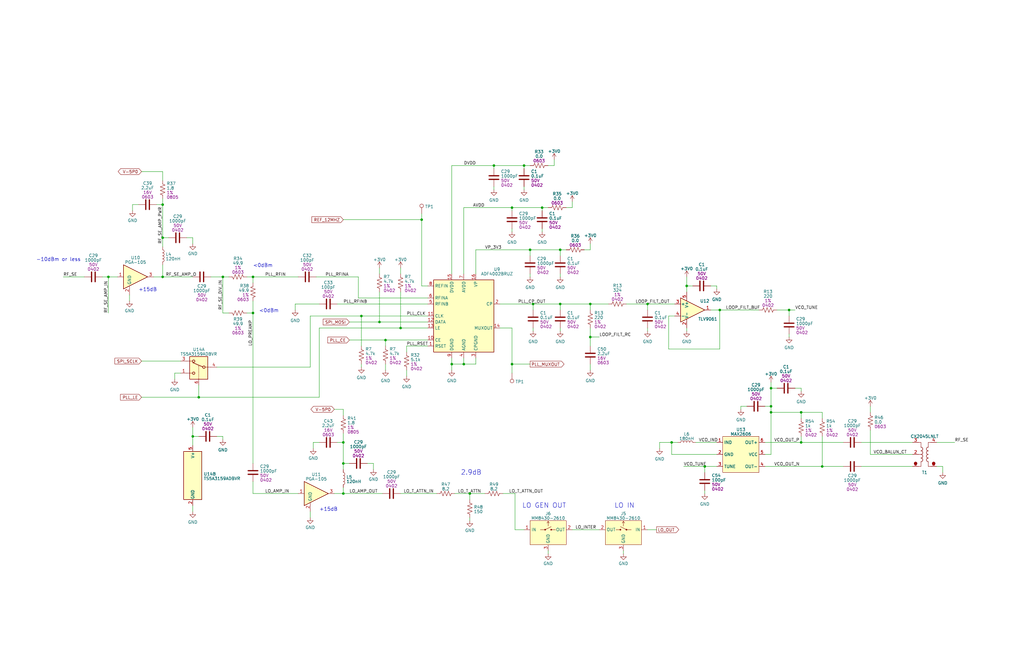
<source format=kicad_sch>
(kicad_sch (version 20230121) (generator eeschema)
  (paper "B")
  (title_block (title "High Altitude Balloon Payload - LO Generator") (date "2023-06-18") (rev "1.0") (company "© 2023 Adam Cordingley") (comment 1 "http://acordingley.us"))
  (junction (at 198.12 208.28))
  (junction (at 168.91 138.43))
  (junction (at 223.52 105.41))
  (junction (at 195.58 153.67))
  (junction (at 325.12 163.83))
  (junction (at 81.28 184.15))
  (junction (at 93.98 116.84))
  (junction (at 190.5 153.67))
  (junction (at 152.4 133.35))
  (junction (at 106.68 132.08))
  (junction (at 144.78 186.69))
  (junction (at 228.6 87.63))
  (junction (at 215.9 87.63))
  (junction (at 337.82 173.99))
  (junction (at 289.56 120.65))
  (junction (at 215.9 153.67))
  (junction (at 160.02 135.89))
  (junction (at 337.82 186.69))
  (junction (at 208.28 69.85))
  (junction (at 303.53 130.81))
  (junction (at 45.72 116.84))
  (junction (at 68.58 100.33))
  (junction (at 220.98 69.85))
  (junction (at 283.21 186.69))
  (junction (at 248.92 128.27))
  (junction (at 236.22 128.27))
  (junction (at 177.8 92.71))
  (junction (at 325.12 171.45))
  (junction (at 162.56 143.51))
  (junction (at 68.58 86.36))
  (junction (at 106.68 116.84))
  (junction (at 144.78 195.58))
  (junction (at 83.82 167.64))
  (junction (at 332.74 130.81))
  (junction (at 297.18 196.85))
  (junction (at 224.79 128.27))
  (junction (at 248.92 142.24))
  (junction (at 346.71 196.85))
  (junction (at 236.22 105.41))
  (junction (at 273.05 128.27))
  (junction (at 325.12 173.99))
  (junction (at 144.78 208.28))
  (junction (at 68.58 116.84))
  (wire (pts (xy 144.78 208.28) (xy 161.29 208.28)))
  (wire (pts (xy 346.71 184.15) (xy 346.71 196.85)))
  (wire (pts (xy 302.26 120.65) (xy 302.26 121.92)))
  (wire (pts (xy 124.46 128.27) (xy 124.46 130.81)))
  (wire (pts (xy 289.56 120.65) (xy 289.56 123.19)))
  (wire (pts (xy 325.12 163.83) (xy 327.66 163.83)))
  (wire (pts (xy 93.98 116.84) (xy 93.98 132.08)))
  (wire (pts (xy 208.28 78.74) (xy 208.28 80.01)))
  (wire (pts (xy 168.91 208.28) (xy 184.15 208.28)))
  (wire (pts (xy 397.51 196.85) (xy 397.51 199.39)))
  (wire (pts (xy 83.82 162.56) (xy 83.82 167.64)))
  (wire (pts (xy 78.74 100.33) (xy 81.28 100.33)))
  (wire (pts (xy 43.18 116.84) (xy 45.72 116.84)))
  (wire (pts (xy 130.81 215.9) (xy 130.81 218.44)))
  (wire (pts (xy 45.72 116.84) (xy 49.53 116.84)))
  (wire (pts (xy 73.66 157.48) (xy 73.66 160.02)))
  (wire (pts (xy 142.24 128.27) (xy 180.34 128.27)))
  (wire (pts (xy 299.72 120.65) (xy 302.26 120.65)))
  (wire (pts (xy 171.45 148.59) (xy 171.45 146.05)))
  (wire (pts (xy 223.52 105.41) (xy 200.66 105.41)))
  (wire (pts (xy 162.56 153.67) (xy 162.56 156.21)))
  (wire (pts (xy 168.91 123.19) (xy 168.91 138.43)))
  (wire (pts (xy 273.05 223.52) (xy 276.86 223.52)))
  (wire (pts (xy 228.6 87.63) (xy 215.9 87.63)))
  (wire (pts (xy 337.82 176.53) (xy 337.82 173.99)))
  (wire (pts (xy 190.5 69.85) (xy 190.5 115.57)))
  (wire (pts (xy 236.22 138.43) (xy 236.22 139.7)))
  (wire (pts (xy 322.58 196.85) (xy 346.71 196.85)))
  (wire (pts (xy 195.58 153.67) (xy 200.66 153.67)))
  (wire (pts (xy 152.4 133.35) (xy 180.34 133.35)))
  (wire (pts (xy 264.16 128.27) (xy 273.05 128.27)))
  (wire (pts (xy 224.79 138.43) (xy 224.79 139.7)))
  (wire (pts (xy 190.5 151.13) (xy 190.5 153.67)))
  (wire (pts (xy 281.94 147.32) (xy 303.53 147.32)))
  (wire (pts (xy 236.22 105.41) (xy 238.76 105.41)))
  (wire (pts (xy 152.4 153.67) (xy 152.4 154.94)))
  (wire (pts (xy 168.91 113.03) (xy 168.91 115.57)))
  (wire (pts (xy 134.62 138.43) (xy 168.91 138.43)))
  (wire (pts (xy 93.98 184.15) (xy 93.98 185.42)))
  (wire (pts (xy 288.29 196.85) (xy 297.18 196.85)))
  (wire (pts (xy 106.68 116.84) (xy 106.68 119.38)))
  (wire (pts (xy 106.68 127) (xy 106.68 132.08)))
  (wire (pts (xy 198.12 208.28) (xy 204.47 208.28)))
  (wire (pts (xy 144.78 186.69) (xy 142.24 186.69)))
  (wire (pts (xy 198.12 208.28) (xy 198.12 210.82)))
  (wire (pts (xy 337.82 173.99) (xy 325.12 173.99)))
  (wire (pts (xy 236.22 130.81) (xy 236.22 128.27)))
  (wire (pts (xy 106.68 116.84) (xy 104.14 116.84)))
  (wire (pts (xy 96.52 132.08) (xy 93.98 132.08)))
  (wire (pts (xy 215.9 153.67) (xy 215.9 157.48)))
  (wire (pts (xy 241.3 223.52) (xy 252.73 223.52)))
  (wire (pts (xy 200.66 105.41) (xy 200.66 115.57)))
  (wire (pts (xy 367.03 181.61) (xy 367.03 191.77)))
  (wire (pts (xy 144.78 92.71) (xy 177.8 92.71)))
  (wire (pts (xy 303.53 130.81) (xy 299.72 130.81)))
  (wire (pts (xy 231.14 232.41) (xy 231.14 233.68)))
  (wire (pts (xy 212.09 208.28) (xy 217.17 208.28)))
  (wire (pts (xy 81.28 184.15) (xy 81.28 187.96)))
  (wire (pts (xy 337.82 163.83) (xy 337.82 165.1)))
  (wire (pts (xy 147.32 135.89) (xy 160.02 135.89)))
  (wire (pts (xy 236.22 115.57) (xy 236.22 116.84)))
  (wire (pts (xy 283.21 186.69) (xy 285.75 186.69)))
  (wire (pts (xy 55.88 86.36) (xy 55.88 88.9)))
  (wire (pts (xy 171.45 146.05) (xy 180.34 146.05)))
  (wire (pts (xy 327.66 130.81) (xy 332.74 130.81)))
  (wire (pts (xy 68.58 100.33) (xy 68.58 104.14)))
  (wire (pts (xy 68.58 116.84) (xy 81.28 116.84)))
  (wire (pts (xy 160.02 113.03) (xy 160.02 115.57)))
  (wire (pts (xy 273.05 130.81) (xy 273.05 128.27)))
  (wire (pts (xy 91.44 184.15) (xy 93.98 184.15)))
  (wire (pts (xy 220.98 69.85) (xy 223.52 69.85)))
  (wire (pts (xy 160.02 135.89) (xy 180.34 135.89)))
  (wire (pts (xy 59.69 152.4) (xy 76.2 152.4)))
  (wire (pts (xy 231.14 69.85) (xy 233.68 69.85)))
  (wire (pts (xy 332.74 140.97) (xy 332.74 142.24)))
  (wire (pts (xy 248.92 128.27) (xy 248.92 130.81)))
  (wire (pts (xy 236.22 107.95) (xy 236.22 105.41)))
  (wire (pts (xy 140.97 208.28) (xy 144.78 208.28)))
  (wire (pts (xy 144.78 182.88) (xy 144.78 186.69)))
  (wire (pts (xy 312.42 171.45) (xy 312.42 172.72)))
  (wire (pts (xy 220.98 69.85) (xy 208.28 69.85)))
  (wire (pts (xy 248.92 128.27) (xy 256.54 128.27)))
  (wire (pts (xy 68.58 86.36) (xy 68.58 100.33)))
  (wire (pts (xy 303.53 147.32) (xy 303.53 130.81)))
  (wire (pts (xy 325.12 163.83) (xy 325.12 171.45)))
  (wire (pts (xy 45.72 132.08) (xy 45.72 116.84)))
  (wire (pts (xy 248.92 153.67) (xy 248.92 156.21)))
  (wire (pts (xy 236.22 105.41) (xy 223.52 105.41)))
  (wire (pts (xy 195.58 151.13) (xy 195.58 153.67)))
  (wire (pts (xy 220.98 71.12) (xy 220.98 69.85)))
  (wire (pts (xy 208.28 69.85) (xy 190.5 69.85)))
  (wire (pts (xy 130.81 154.94) (xy 91.44 154.94)))
  (wire (pts (xy 215.9 138.43) (xy 215.9 153.67)))
  (wire (pts (xy 246.38 105.41) (xy 248.92 105.41)))
  (wire (pts (xy 66.04 86.36) (xy 68.58 86.36)))
  (wire (pts (xy 140.97 172.72) (xy 144.78 172.72)))
  (wire (pts (xy 303.53 130.81) (xy 320.04 130.81)))
  (wire (pts (xy 160.02 123.19) (xy 160.02 135.89)))
  (wire (pts (xy 134.62 167.64) (xy 83.82 167.64)))
  (wire (pts (xy 241.3 85.09) (xy 241.3 87.63)))
  (wire (pts (xy 144.78 205.74) (xy 144.78 208.28)))
  (wire (pts (xy 68.58 72.39) (xy 68.58 76.2)))
  (wire (pts (xy 144.78 195.58) (xy 144.78 198.12)))
  (wire (pts (xy 228.6 88.9) (xy 228.6 87.63)))
  (wire (pts (xy 281.94 133.35) (xy 281.94 147.32)))
  (wire (pts (xy 363.22 196.85) (xy 384.81 196.85)))
  (wire (pts (xy 228.6 96.52) (xy 228.6 97.79)))
  (wire (pts (xy 130.81 133.35) (xy 152.4 133.35)))
  (wire (pts (xy 273.05 138.43) (xy 273.05 139.7)))
  (wire (pts (xy 81.28 184.15) (xy 83.82 184.15)))
  (wire (pts (xy 346.71 173.99) (xy 346.71 176.53)))
  (wire (pts (xy 162.56 143.51) (xy 180.34 143.51)))
  (wire (pts (xy 81.28 180.34) (xy 81.28 184.15)))
  (wire (pts (xy 151.13 125.73) (xy 180.34 125.73)))
  (wire (pts (xy 367.03 171.45) (xy 367.03 173.99)))
  (wire (pts (xy 228.6 87.63) (xy 231.14 87.63)))
  (wire (pts (xy 363.22 186.69) (xy 384.81 186.69)))
  (wire (pts (xy 248.92 142.24) (xy 248.92 146.05)))
  (wire (pts (xy 220.98 78.74) (xy 220.98 80.01)))
  (wire (pts (xy 217.17 208.28) (xy 217.17 223.52)))
  (wire (pts (xy 151.13 116.84) (xy 151.13 125.73)))
  (wire (pts (xy 236.22 128.27) (xy 248.92 128.27)))
  (wire (pts (xy 335.28 163.83) (xy 337.82 163.83)))
  (wire (pts (xy 297.18 196.85) (xy 302.26 196.85)))
  (wire (pts (xy 325.12 171.45) (xy 322.58 171.45)))
  (wire (pts (xy 238.76 87.63) (xy 241.3 87.63)))
  (wire (pts (xy 322.58 191.77) (xy 325.12 191.77)))
  (wire (pts (xy 248.92 142.24) (xy 252.73 142.24)))
  (wire (pts (xy 289.56 138.43) (xy 289.56 139.7)))
  (wire (pts (xy 325.12 191.77) (xy 325.12 173.99)))
  (wire (pts (xy 195.58 87.63) (xy 195.58 115.57)))
  (wire (pts (xy 367.03 191.77) (xy 384.81 191.77)))
  (wire (pts (xy 157.48 195.58) (xy 157.48 198.12)))
  (wire (pts (xy 180.34 120.65) (xy 177.8 120.65)))
  (wire (pts (xy 147.32 143.51) (xy 162.56 143.51)))
  (wire (pts (xy 171.45 156.21) (xy 171.45 158.75)))
  (wire (pts (xy 215.9 153.67) (xy 223.52 153.67)))
  (wire (pts (xy 200.66 153.67) (xy 200.66 151.13)))
  (wire (pts (xy 152.4 133.35) (xy 152.4 146.05)))
  (wire (pts (xy 88.9 116.84) (xy 93.98 116.84)))
  (wire (pts (xy 337.82 186.69) (xy 355.6 186.69)))
  (wire (pts (xy 283.21 191.77) (xy 283.21 186.69)))
  (wire (pts (xy 104.14 132.08) (xy 106.68 132.08)))
  (wire (pts (xy 130.81 133.35) (xy 130.81 154.94)))
  (wire (pts (xy 284.48 133.35) (xy 281.94 133.35)))
  (wire (pts (xy 325.12 161.29) (xy 325.12 163.83)))
  (wire (pts (xy 198.12 218.44) (xy 198.12 219.71)))
  (wire (pts (xy 162.56 143.51) (xy 162.56 146.05)))
  (wire (pts (xy 106.68 116.84) (xy 125.73 116.84)))
  (wire (pts (xy 81.28 213.36) (xy 81.28 215.9)))
  (wire (pts (xy 293.37 186.69) (xy 302.26 186.69)))
  (wire (pts (xy 134.62 186.69) (xy 132.08 186.69)))
  (wire (pts (xy 210.82 128.27) (xy 224.79 128.27)))
  (wire (pts (xy 278.13 186.69) (xy 278.13 189.23)))
  (wire (pts (xy 68.58 83.82) (xy 68.58 86.36)))
  (wire (pts (xy 325.12 173.99) (xy 325.12 171.45)))
  (wire (pts (xy 217.17 223.52) (xy 220.98 223.52)))
  (wire (pts (xy 58.42 86.36) (xy 55.88 86.36)))
  (wire (pts (xy 322.58 186.69) (xy 337.82 186.69)))
  (wire (pts (xy 215.9 88.9) (xy 215.9 87.63)))
  (wire (pts (xy 224.79 128.27) (xy 236.22 128.27)))
  (wire (pts (xy 76.2 157.48) (xy 73.66 157.48)))
  (wire (pts (xy 215.9 87.63) (xy 195.58 87.63)))
  (wire (pts (xy 133.35 116.84) (xy 151.13 116.84)))
  (wire (pts (xy 124.46 128.27) (xy 134.62 128.27)))
  (wire (pts (xy 283.21 186.69) (xy 278.13 186.69)))
  (wire (pts (xy 297.18 207.01) (xy 297.18 208.28)))
  (wire (pts (xy 106.68 208.28) (xy 125.73 208.28)))
  (wire (pts (xy 68.58 111.76) (xy 68.58 116.84)))
  (wire (pts (xy 68.58 100.33) (xy 71.12 100.33)))
  (wire (pts (xy 208.28 71.12) (xy 208.28 69.85)))
  (wire (pts (xy 394.97 196.85) (xy 397.51 196.85)))
  (wire (pts (xy 144.78 195.58) (xy 147.32 195.58)))
  (wire (pts (xy 332.74 130.81) (xy 332.74 133.35)))
  (wire (pts (xy 177.8 90.17) (xy 177.8 92.71)))
  (wire (pts (xy 289.56 120.65) (xy 292.1 120.65)))
  (wire (pts (xy 297.18 196.85) (xy 297.18 199.39)))
  (wire (pts (xy 215.9 96.52) (xy 215.9 97.79)))
  (wire (pts (xy 81.28 100.33) (xy 81.28 102.87)))
  (wire (pts (xy 248.92 138.43) (xy 248.92 142.24)))
  (wire (pts (xy 26.67 116.84) (xy 35.56 116.84)))
  (wire (pts (xy 289.56 116.84) (xy 289.56 120.65)))
  (wire (pts (xy 314.96 171.45) (xy 312.42 171.45)))
  (wire (pts (xy 59.69 167.64) (xy 83.82 167.64)))
  (wire (pts (xy 177.8 92.71) (xy 177.8 120.65)))
  (wire (pts (xy 154.94 195.58) (xy 157.48 195.58)))
  (wire (pts (xy 233.68 67.31) (xy 233.68 69.85)))
  (wire (pts (xy 346.71 196.85) (xy 355.6 196.85)))
  (wire (pts (xy 106.68 203.2) (xy 106.68 208.28)))
  (wire (pts (xy 134.62 138.43) (xy 134.62 167.64)))
  (wire (pts (xy 96.52 116.84) (xy 93.98 116.84)))
  (wire (pts (xy 59.69 72.39) (xy 68.58 72.39)))
  (wire (pts (xy 337.82 173.99) (xy 346.71 173.99)))
  (wire (pts (xy 248.92 102.87) (xy 248.92 105.41)))
  (wire (pts (xy 224.79 130.81) (xy 224.79 128.27)))
  (wire (pts (xy 168.91 138.43) (xy 180.34 138.43)))
  (wire (pts (xy 210.82 138.43) (xy 215.9 138.43)))
  (wire (pts (xy 144.78 172.72) (xy 144.78 175.26)))
  (wire (pts (xy 223.52 115.57) (xy 223.52 116.84)))
  (wire (pts (xy 337.82 186.69) (xy 337.82 184.15)))
  (wire (pts (xy 54.61 124.46) (xy 54.61 127)))
  (wire (pts (xy 191.77 208.28) (xy 198.12 208.28)))
  (wire (pts (xy 273.05 128.27) (xy 284.48 128.27)))
  (wire (pts (xy 190.5 153.67) (xy 195.58 153.67)))
  (wire (pts (xy 332.74 130.81) (xy 335.28 130.81)))
  (wire (pts (xy 64.77 116.84) (xy 68.58 116.84)))
  (wire (pts (xy 190.5 153.67) (xy 190.5 156.21)))
  (wire (pts (xy 394.97 186.69) (xy 402.59 186.69)))
  (wire (pts (xy 223.52 107.95) (xy 223.52 105.41)))
  (wire (pts (xy 262.89 232.41) (xy 262.89 233.68)))
  (wire (pts (xy 144.78 186.69) (xy 144.78 195.58)))
  (wire (pts (xy 132.08 186.69) (xy 132.08 189.23)))
  (wire (pts (xy 106.68 132.08) (xy 106.68 195.58)))
  (wire (pts (xy 302.26 191.77) (xy 283.21 191.77)))
  (text "<0dBm" (at 109.22 132.08 0) (effects (font (size 1.5 1.5)) (justify left bottom)))
  (text "LO IN" (at 259.08 214.63 0) (effects (font (size 2 2)) (justify left bottom)))
  (text "+15dB" (at 58.42 123.19 0) (effects (font (size 1.5 1.5)) (justify left bottom)))
  (text "LO GEN OUT" (at 238.76 214.63 0) (effects (font (size 2 2)) (justify right bottom)))
  (text "2.9dB" (at 194.31 200.66 0) (effects (font (size 2 2)) (justify left bottom)))
  (text "+15dB" (at 134.62 215.9 0) (effects (font (size 1.5 1.5)) (justify left bottom)))
  (text "<0dBm" (at 106.68 113.03 0) (effects (font (size 1.5 1.5)) (justify left bottom)))
  (text "-10dBm or less" (at 15.24 110.49 0) (effects (font (size 1.5 1.5)) (justify left bottom)))
  (label "PLL_CP_OUT" (at 218.44 128.27 0))
  (label "LOOP_FILT_RC" (at 252.73 142.24 0))
  (label "LO_PREAMP" (at 106.68 146.05 90))
  (label "LOOP_FILT_OUT" (at 267.97 128.27 0))
  (label "PLL_CLK" (at 171.45 133.35 0))
  (label "DVDD" (at 195.58 69.85 0))
  (label "LOOP_FILT_BUF" (at 306.07 130.81 0))
  (label "RF_SE_AMP_O" (at 69.85 116.84 0))
  (label "PLL_RSET" (at 171.45 146.05 0))
  (label "PLL_RFINB" (at 144.78 128.27 0))
  (label "VCO_OUT_P" (at 326.39 186.69 0))
  (label "LO_T_ATTN_IN" (at 170.18 208.28 0))
  (label "PLL_RFIN" (at 111.76 116.84 0))
  (label "VCO_OUT_N" (at 326.39 196.85 0))
  (label "RF_SE_AMP_IN" (at 45.72 132.08 90))
  (label "RF_SE_DIV_IN" (at 93.98 130.81 90))
  (label "LO_T_ATTN" (at 193.04 208.28 0))
  (label "RF_SE" (at 26.67 116.84 0))
  (label "VP_3V3" (at 204.47 105.41 0))
  (label "RF_SE" (at 402.59 186.69 0))
  (label "LO_AMP_OUT" (at 147.32 208.28 0))
  (label "VCO_IND" (at 294.64 186.69 0))
  (label "PLL_RFINA" (at 137.16 116.84 0))
  (label "VCO_TUNE" (at 288.29 196.85 0))
  (label "LO_T_ATTN_OUT" (at 214.63 208.28 0))
  (label "LO_AMP_IN" (at 111.76 208.28 0))
  (label "AVDD" (at 199.39 87.63 0))
  (label "VCO_TUNE" (at 335.28 130.81 0))
  (label "RF_SE_AMP_PWR" (at 68.58 102.87 90))
  (label "LO_INTER" (at 242.57 223.52 0))
  (label "VCO_BALUN_CT" (at 368.3 191.77 0))
  (global_label "REF_12MHZ" (shape input) (at 144.78 92.71 180) (property "Intersheetrefs" "${INTERSHEET_REFS}" (effects hide)))
  (global_label "PLL_MUXOUT" (shape output) (at 223.52 153.67 0) (property "Intersheetrefs" "${INTERSHEET_REFS}" (effects hide)))
  (global_label "PLL_LE" (shape input) (at 59.69 167.64 180) (property "Intersheetrefs" "${INTERSHEET_REFS}" (effects hide)))
  (global_label "SPI_SCLK" (shape input) (at 59.69 152.4 180) (property "Intersheetrefs" "${INTERSHEET_REFS}" (effects hide)))
  (global_label "PLL_CE" (shape input) (at 147.32 143.51 180) (property "Intersheetrefs" "${INTERSHEET_REFS}" (effects hide)))
  (global_label "LO_OUT" (shape output) (at 276.86 223.52 0) (property "Intersheetrefs" "${INTERSHEET_REFS}" (effects hide)))
  (global_label "SPI_MOSI" (shape input) (at 147.32 135.89 180) (property "Intersheetrefs" "${INTERSHEET_REFS}" (effects hide)))
  (global_label "V-5P0" (shape bidirectional) (at 140.97 172.72 180) (property "Intersheetrefs" "${INTERSHEET_REFS}" (effects hide)))
  (global_label "V-5P0" (shape bidirectional) (at 59.69 72.39 180) (property "Intersheetrefs" "${INTERSHEET_REFS}" (effects hide)))
  (symbol (lib_id "power:GND") (at 171.45 158.75 0) (unit 1)
    (property "Reference" "#PWR078" (effects hide))
    (property "Value" "GND" (at 171.45 163.1934 0))
    (instances (project "Weather_Balloon_Payload_HW" (path "" (reference "#PWR078") (unit 1))) (project "RF_Freq_Synth" (path "" (reference "#PWR047") (unit 1))) (project "FM_Radio_70cm_HW" (path "" (reference "#PWR0107") (unit 1)) (path "" (reference "#PWR070") (unit 1))))
  )
  (symbol (lib_id "Device:R_US") (at 242.57 105.41 90) (unit 1)
    (property "Reference" "R36" (at 242.57 99.5901 90))
    (property "Value" "0.0" (at 242.57 101.5111 90))
    (property "Footprint" "Resistor_SMD:R_0603_1608Metric" (effects hide))
    (property "JLCPCB Part #" "C429617" (effects hide))
    (property "Manufacturer" "Ever Ohms Tech" (effects hide))
    (property "Mfr. Part #" "CR0603J0R00P05Z" (effects hide))
    (property "Description" "100mW Thick Film Resistors ±5% 0Ω 0603 Chip Resistor - Surface Mount ROHS" (effects hide))
    (property "Package Desc" "0603" (at 242.57 103.4321 90))
    (instances (project "Weather_Balloon_Payload_HW" (path "" (reference "R36") (unit 1))) (project "RF_Freq_Synth" (path "" (reference "R22") (unit 1))) (project "FM_Radio_70cm_HW" (path "" (reference "R36") (unit 1)) (path "" (reference "R30") (unit 1))))
  )
  (symbol (lib_id "Device:R_US") (at 162.56 149.86 180) (unit 1)
    (property "Reference" "R7" (at 164.211 147.2953 0) (effects (justify right)))
    (property "Value" "4.7k" (at 164.211 149.2163 0) (effects (justify right)))
    (property "Footprint" "Resistor_SMD:R_0402_1005Metric" (effects hide))
    (property "JLCPCB Part #" "C103055" (effects hide))
    (property "Manufacturer" "RALEC" (effects hide))
    (property "Mfr. Part #" "RTT024701FTH" (effects hide))
    (property "Tolerance" "1%" (at 164.211 151.1373 0) (effects (justify right)))
    (property "Package Desc" "0402" (at 164.211 153.0583 0) (effects (justify right)))
    (instances (project "Weather_Balloon_Payload_HW" (path "" (reference "R7") (unit 1)) (path "" (reference "R21") (unit 1)) (path "" (reference "R29") (unit 1))) (project "RF_Freq_Synth" (path "" (reference "R30") (unit 1))) (project "RS232_Pirate_HW" (path "" (reference "R6") (unit 1)) (path "" (reference "R8") (unit 1))) (project "FM_Radio_70cm_HW" (path "" (reference "R61") (unit 1))))
  )
  (symbol (lib_id "Device:C") (at 85.09 116.84 270) (unit 1)
    (property "Reference" "C29" (at 85.09 120.7215 90))
    (property "Value" "1000pF" (at 85.09 122.6425 90))
    (property "Footprint" "Capacitor_SMD:C_0402_1005Metric" (effects hide))
    (property "Description" "50V 1nF NP0 ±5% 0402 Multilayer Ceramic Capacitors MLCC - SMD/SMT ROHS" (effects hide))
    (property "JLCPCB Part #" "C424332" (effects hide))
    (property "Manufacturer" "Darfon Elec" (effects hide))
    (property "Mfr. Part #" "C1005NPO102JGT" (effects hide))
    (property "Voltage Rating" "50V" (at 85.09 124.5635 90))
    (property "Package Desc" "0402" (at 85.09 126.4845 90))
    (instances (project "Weather_Balloon_Payload_HW" (path "" (reference "C29") (unit 1)) (path "" (reference "C41") (unit 1))) (project "FM_Radio_70cm_HW" (path "" (reference "C3") (unit 1)) (path "" (reference "C12") (unit 1)) (path "" (reference "C24") (unit 1))))
  )
  (symbol (lib_id "power:+3V0") (at 81.28 180.34 0) (unit 1)
    (property "Reference" "#PWR065" (effects hide))
    (property "Value" "+3V0" (at 81.28 176.8381 0))
    (instances (project "Weather_Balloon_Payload_HW" (path "" (reference "#PWR065") (unit 1)) (path "" (reference "#PWR0113") (unit 1))))
  )
  (symbol (lib_id "Analog_Switch:TS5A3159ADBVR") (at 81.28 200.66 0) (mirror y) (unit 2)
    (property "Reference" "U14" (at 85.852 200.0163 0) (effects (justify right)))
    (property "Value" "TS5A3159ADBVR" (at 85.852 201.9373 0) (effects (justify right)))
    (property "Footprint" "Package_TO_SOT_SMD:SOT-23-6" (effects hide))
    (property "Datasheet" "http://www.ti.com/lit/ds/symlink/ts5a3159a.pdf" (effects hide))
    (property "JLCPCB Part #" "C128405" (effects hide))
    (property "Manufacturer" "Texas Instruments" (effects hide))
    (property "Mfr. Part #" "TS5A3159ADBVR" (effects hide))
    (instances (project "Weather_Balloon_Payload_HW" (path "" (reference "U14") (unit 2))) (project "FM_Radio_70cm_HW" (path "" (reference "U23") (unit 2)) (path "" (reference "U26") (unit 2))))
  )
  (symbol (lib_id "Repowered_Devices:MM8430-2610") (at 231.14 219.71 0) (unit 1)
    (property "Reference" "J6" (at 231.14 216.7509 0))
    (property "Value" "MM8430-2610" (at 231.14 218.6719 0))
    (property "Footprint" "Repowered_Connectors:Connector_Murata_MM8430-2610RA1" (effects hide))
    (property "Datasheet" "https://media.digikey.com/pdf/Data%20Sheets/Murata%20PDFs/Microwave_Coaxial_Conn_Cat030E.pdf" (effects hide))
    (property "Mfr. Part #" "MM8430-2610RB3" (effects hide))
    (property "Manufacturer" "Murata" (effects hide))
    (property "Description" "CONN SWD RCPT W/ SWITCH 50 OHM SMD" (effects hide))
    (property "JLCPCB Part #" "C91634" (effects hide))
    (instances (project "Weather_Balloon_Payload_HW" (path "" (reference "J6") (unit 1))) (project "FM_Radio_70cm_HW" (path "" (reference "J3") (unit 1)) (path "" (reference "J10") (unit 1))))
  )
  (symbol (lib_id "power:GND") (at 223.52 116.84 0) (unit 1)
    (property "Reference" "#PWR083" (effects hide))
    (property "Value" "GND" (at 223.52 121.2834 0))
    (instances (project "Weather_Balloon_Payload_HW" (path "" (reference "#PWR083") (unit 1))) (project "RF_Freq_Synth" (path "" (reference "#PWR047") (unit 1))) (project "FM_Radio_70cm_HW" (path "" (reference "#PWR092") (unit 1)) (path "" (reference "#PWR074") (unit 1))))
  )
  (symbol (lib_id "Device:R_US") (at 198.12 214.63 180) (unit 1)
    (property "Reference" "R48" (at 199.771 213.9863 0) (effects (justify right)))
    (property "Value" "150" (at 199.771 215.9073 0) (effects (justify right)))
    (property "Footprint" "Resistor_SMD:R_0603_1608Metric" (effects hide))
    (property "JLCPCB Part #" "C308323" (effects hide))
    (property "Manufacturer" "ROHM Semicon" (effects hide))
    (property "Mfr. Part #" "MCR03EZPJ151" (effects hide))
    (instances (project "Weather_Balloon_Payload_HW" (path "" (reference "R48") (unit 1))) (project "FM_Radio_70cm_HW" (path "" (reference "R14") (unit 1))))
  )
  (symbol (lib_id "Device:C") (at 224.79 134.62 0) (unit 1)
    (property "Reference" "C1" (at 227.711 132.0553 0) (effects (justify left)))
    (property "Value" "0.1uF" (at 227.711 133.9763 0) (effects (justify left)))
    (property "Footprint" "Capacitor_SMD:C_0402_1005Metric" (effects hide))
    (property "Voltage Rating" "50V" (at 227.711 135.8973 0) (effects (justify left)))
    (property "Mfr. Part #" "GRM155R71H104KE14D" (effects hide))
    (property "JLCPCB Part #" "C77020" (effects hide))
    (property "Description" "50V 100nF X7R ±10% 0402 Multilayer Ceramic Capacitors MLCC - SMD/SMT ROHS" (effects hide))
    (property "Manufacturer" "Murata Electronics" (effects hide))
    (property "Mfr Part #" "GRM155R71H104KE14D" (effects hide))
    (property "Package Desc" "0402" (at 227.711 137.8183 0) (effects (justify left)))
    (instances (project "Rhubarb_Pi_HW" (path "" (reference "C1") (unit 1)) (path "" (reference "C5") (unit 1))) (project "Weather_Balloon_Payload_HW" (path "" (reference "C26") (unit 1)) (path "" (reference "C48") (unit 1))) (project "RS232_Pirate_HW" (path "" (reference "C1") (unit 1)) (path "" (reference "C22") (unit 1))) (project "FM_Radio_70cm_HW" (path "" (reference "C33") (unit 1)) (path "" (reference "C10") (unit 1)) (path "" (reference "C74") (unit 1)) (path "" (reference "C60") (unit 1)) (path "" (reference "C83") (unit 1))))
  )
  (symbol (lib_id "Device:R_US") (at 106.68 123.19 0) (mirror y) (unit 1)
    (property "Reference" "R38" (at 105.029 120.6253 0) (effects (justify left)))
    (property "Value" "49.9" (at 105.029 122.5463 0) (effects (justify left)))
    (property "Footprint" "Resistor_SMD:R_0603_1608Metric" (effects hide))
    (property "JLCPCB Part #" "C114625" (effects hide))
    (property "Manufacturer" "YAGEO" (effects hide))
    (property "Mfr. Part #" "RC0603FR-0749R9L" (effects hide))
    (property "Tolerance" "1%" (at 105.029 124.4673 0) (effects (justify left)))
    (property "Package Desc" "0603" (at 105.029 126.3883 0) (effects (justify left)))
    (instances (project "Weather_Balloon_Payload_HW" (path "" (reference "R38") (unit 1))) (project "FM_Radio_70cm_HW" (path "" (reference "R12") (unit 1)) (path "" (reference "R15") (unit 1)) (path "" (reference "R23") (unit 1)) (path "" (reference "R58") (unit 1))))
  )
  (symbol (lib_id "power:GND") (at 302.26 121.92 0) (unit 1)
    (property "Reference" "#PWR0103" (effects hide))
    (property "Value" "GND" (at 302.26 126.3634 0))
    (instances (project "Weather_Balloon_Payload_HW" (path "" (reference "#PWR0103") (unit 1))) (project "RF_Freq_Synth" (path "" (reference "#PWR050") (unit 1))) (project "FM_Radio_70cm_HW" (path "" (reference "#PWR095") (unit 1)) (path "" (reference "#PWR077") (unit 1))))
  )
  (symbol (lib_id "Analog_Switch:TS5A3159ADBVR") (at 83.82 152.4 0) (mirror y) (unit 1)
    (property "Reference" "U14" (at 83.82 147.4851 0))
    (property "Value" "TS5A3159ADBVR" (at 83.82 149.4061 0))
    (property "Footprint" "Package_TO_SOT_SMD:SOT-23-6" (effects hide))
    (property "Datasheet" "http://www.ti.com/lit/ds/symlink/ts5a3159a.pdf" (effects hide))
    (property "JLCPCB Part #" "C128405" (effects hide))
    (property "Manufacturer" "Texas Instruments" (effects hide))
    (property "Mfr. Part #" "TS5A3159ADBVR" (effects hide))
    (instances (project "Weather_Balloon_Payload_HW" (path "" (reference "U14") (unit 1))) (project "FM_Radio_70cm_HW" (path "" (reference "U23") (unit 1)) (path "" (reference "U26") (unit 1))))
  )
  (symbol (lib_id "Device:C") (at 297.18 203.2 0) (unit 1)
    (property "Reference" "C54" (at 300.101 200.6353 0) (effects (justify left)))
    (property "Value" "100pF" (at 300.101 202.5563 0) (effects (justify left)))
    (property "Footprint" "Capacitor_SMD:C_0402_1005Metric" (effects hide))
    (property "Description" "50V 100pF NP0 ±5% 0402 Multilayer Ceramic Capacitors MLCC - SMD/SMT ROHS" (effects hide))
    (property "JLCPCB Part #" "C327785" (effects hide))
    (property "Manufacturer" "Walsin Tech Corp" (effects hide))
    (property "Mfr. Part #" "MG15N101J500CT" (effects hide))
    (property "Voltage Rating" "50V" (at 300.101 204.4773 0) (effects (justify left)))
    (property "Package Desc" "0402" (at 300.101 206.3983 0) (effects (justify left)))
    (instances (project "Weather_Balloon_Payload_HW" (path "" (reference "C54") (unit 1))) (project "FM_Radio_70cm_HW" (path "" (reference "C3") (unit 1)) (path "" (reference "C12") (unit 1)) (path "" (reference "C24") (unit 1)) (path "" (reference "C68") (unit 1)) (path "" (reference "C54") (unit 1))))
  )
  (symbol (lib_id "Device:L") (at 144.78 201.93 0) (unit 1)
    (property "Reference" "L5" (at 146.0472 201.2863 0) (effects (justify left)))
    (property "Value" "120nH" (at 146.0472 203.2073 0) (effects (justify left)))
    (property "Footprint" "Inductor_SMD:L_1008_2520Metric_Pad1.43x2.20mm_HandSolder" (effects hide))
    (property "Mfr. Part #" "LQW2UASR12G00L" (effects hide))
    (property "JLCPCB Part #" "C703706" (effects hide))
    (instances (project "Weather_Balloon_Payload_HW" (path "" (reference "L5") (unit 1)) (path "" (reference "L11") (unit 1))) (project "FM_Radio_70cm_HW" (path "" (reference "L11") (unit 1)) (path "" (reference "L15") (unit 1))))
  )
  (symbol (lib_id "power:GND") (at 337.82 165.1 0) (unit 1)
    (property "Reference" "#PWR0107" (effects hide))
    (property "Value" "GND" (at 337.82 169.5434 0))
    (instances (project "Weather_Balloon_Payload_HW" (path "" (reference "#PWR0107") (unit 1))) (project "RF_Freq_Synth" (path "" (reference "#PWR050") (unit 1))) (project "FM_Radio_70cm_HW" (path "" (reference "#PWR095") (unit 1)) (path "" (reference "#PWR077") (unit 1))))
  )
  (symbol (lib_id "power:GND") (at 312.42 172.72 0) (mirror y) (unit 1)
    (property "Reference" "#PWR0109" (effects hide))
    (property "Value" "GND" (at 312.42 177.1634 0))
    (instances (project "Weather_Balloon_Payload_HW" (path "" (reference "#PWR0109") (unit 1))) (project "RF_Freq_Synth" (path "" (reference "#PWR050") (unit 1))) (project "FM_Radio_70cm_HW" (path "" (reference "#PWR095") (unit 1)) (path "" (reference "#PWR077") (unit 1))))
  )
  (symbol (lib_id "Device:C") (at 359.41 196.85 90) (unit 1)
    (property "Reference" "C29" (at 359.41 200.7315 90))
    (property "Value" "1000pF" (at 359.41 202.6525 90))
    (property "Footprint" "Capacitor_SMD:C_0402_1005Metric" (effects hide))
    (property "Description" "50V 1nF NP0 ±5% 0402 Multilayer Ceramic Capacitors MLCC - SMD/SMT ROHS" (effects hide))
    (property "JLCPCB Part #" "C424332" (effects hide))
    (property "Manufacturer" "Darfon Elec" (effects hide))
    (property "Mfr. Part #" "C1005NPO102JGT" (effects hide))
    (property "Voltage Rating" "50V" (at 359.41 204.5735 90))
    (property "Package Desc" "0402" (at 359.41 206.4945 90))
    (instances (project "Weather_Balloon_Payload_HW" (path "" (reference "C29") (unit 1)) (path "" (reference "C58") (unit 1))) (project "FM_Radio_70cm_HW" (path "" (reference "C3") (unit 1)) (path "" (reference "C12") (unit 1)) (path "" (reference "C24") (unit 1))))
  )
  (symbol (lib_id "Device:C") (at 106.68 199.39 180) (unit 1)
    (property "Reference" "C29" (at 109.601 196.8253 0) (effects (justify right)))
    (property "Value" "1000pF" (at 109.601 198.7463 0) (effects (justify right)))
    (property "Footprint" "Capacitor_SMD:C_0402_1005Metric" (effects hide))
    (property "Description" "50V 1nF NP0 ±5% 0402 Multilayer Ceramic Capacitors MLCC - SMD/SMT ROHS" (effects hide))
    (property "JLCPCB Part #" "C424332" (effects hide))
    (property "Manufacturer" "Darfon Elec" (effects hide))
    (property "Mfr. Part #" "C1005NPO102JGT" (effects hide))
    (property "Voltage Rating" "50V" (at 109.601 200.6673 0) (effects (justify right)))
    (property "Package Desc" "0402" (at 109.601 202.5883 0) (effects (justify right)))
    (instances (project "Weather_Balloon_Payload_HW" (path "" (reference "C29") (unit 1)) (path "" (reference "C42") (unit 1))) (project "FM_Radio_70cm_HW" (path "" (reference "C3") (unit 1)) (path "" (reference "C12") (unit 1)) (path "" (reference "C24") (unit 1))))
  )
  (symbol (lib_id "Device:R_US") (at 208.28 208.28 90) (unit 1)
    (property "Reference" "R49" (at 208.28 204.3811 90))
    (property "Value" "8.2" (at 208.28 206.3021 90))
    (property "Footprint" "Resistor_SMD:R_0603_1608Metric" (effects hide))
    (property "JLCPCB Part #" "C103862" (effects hide))
    (property "Manufacturer" "RALEC" (effects hide))
    (property "Mfr. Part #" "RTT038R2JTP" (effects hide))
    (instances (project "Weather_Balloon_Payload_HW" (path "" (reference "R49") (unit 1))) (project "FM_Radio_70cm_HW" (path "" (reference "R13") (unit 1))))
  )
  (symbol (lib_id "Device:R_US") (at 144.78 179.07 180) (unit 1)
    (property "Reference" "R41" (at 146.431 176.5053 0) (effects (justify right)))
    (property "Value" "1.8" (at 146.431 178.4263 0) (effects (justify right)))
    (property "Footprint" "Resistor_SMD:R_0805_2012Metric" (effects hide))
    (property "JLCPCB Part #" "C384139" (effects hide))
    (property "Manufacturer" "Walsin Tech Corp" (effects hide))
    (property "Mfr. Part #" "WR08X1R8JTL" (effects hide))
    (property "Tolerance" "1%" (at 146.431 180.3473 0) (effects (justify right)))
    (property "Package Desc" "0805" (at 146.431 182.2683 0) (effects (justify right)))
    (instances (project "Weather_Balloon_Payload_HW" (path "" (reference "R41") (unit 1)) (path "" (reference "R56") (unit 1))) (project "FM_Radio_70cm_HW" (path "" (reference "R20") (unit 1)) (path "" (reference "R59") (unit 1))))
  )
  (symbol (lib_id "power:+3V0") (at 233.68 67.31 0) (unit 1)
    (property "Reference" "#PWR065" (effects hide))
    (property "Value" "+3V0" (at 233.68 63.8081 0))
    (instances (project "Weather_Balloon_Payload_HW" (path "" (reference "#PWR065") (unit 1)) (path "" (reference "#PWR075") (unit 1))))
  )
  (symbol (lib_id "power:GND") (at 220.98 80.01 0) (unit 1)
    (property "Reference" "#PWR082" (effects hide))
    (property "Value" "GND" (at 220.98 84.4534 0))
    (instances (project "Weather_Balloon_Payload_HW" (path "" (reference "#PWR082") (unit 1))) (project "RF_Freq_Synth" (path "" (reference "#PWR045") (unit 1))) (project "FM_Radio_70cm_HW" (path "" (reference "#PWR091") (unit 1)) (path "" (reference "#PWR073") (unit 1))))
  )
  (symbol (lib_id "power:GND") (at 224.79 139.7 0) (unit 1)
    (property "Reference" "#PWR097" (effects hide))
    (property "Value" "GND" (at 224.79 144.1434 0))
    (instances (project "Weather_Balloon_Payload_HW" (path "" (reference "#PWR097") (unit 1))) (project "RF_Freq_Synth" (path "" (reference "#PWR050") (unit 1))) (project "FM_Radio_70cm_HW" (path "" (reference "#PWR095") (unit 1)) (path "" (reference "#PWR077") (unit 1))))
  )
  (symbol (lib_id "power:GND") (at 297.18 208.28 0) (unit 1)
    (property "Reference" "#PWR0105" (effects hide))
    (property "Value" "GND" (at 297.18 212.7234 0))
    (instances (project "Weather_Balloon_Payload_HW" (path "" (reference "#PWR0105") (unit 1))) (project "RF_Freq_Synth" (path "" (reference "#PWR050") (unit 1))) (project "FM_Radio_70cm_HW" (path "" (reference "#PWR095") (unit 1)) (path "" (reference "#PWR077") (unit 1))))
  )
  (symbol (lib_id "Device:C") (at 273.05 134.62 0) (unit 1)
    (property "Reference" "C1" (at 275.971 132.0553 0) (effects (justify left)))
    (property "Value" "0.1uF" (at 275.971 133.9763 0) (effects (justify left)))
    (property "Footprint" "Capacitor_SMD:C_0402_1005Metric" (effects hide))
    (property "Voltage Rating" "50V" (at 275.971 135.8973 0) (effects (justify left)))
    (property "Mfr. Part #" "GRM155R71H104KE14D" (effects hide))
    (property "JLCPCB Part #" "C77020" (effects hide))
    (property "Description" "50V 100nF X7R ±10% 0402 Multilayer Ceramic Capacitors MLCC - SMD/SMT ROHS" (effects hide))
    (property "Manufacturer" "Murata Electronics" (effects hide))
    (property "Mfr Part #" "GRM155R71H104KE14D" (effects hide))
    (property "Package Desc" "0402" (at 275.971 137.8183 0) (effects (justify left)))
    (instances (project "Rhubarb_Pi_HW" (path "" (reference "C1") (unit 1)) (path "" (reference "C5") (unit 1))) (project "Weather_Balloon_Payload_HW" (path "" (reference "C26") (unit 1)) (path "" (reference "C51") (unit 1))) (project "RS232_Pirate_HW" (path "" (reference "C1") (unit 1)) (path "" (reference "C22") (unit 1))) (project "FM_Radio_70cm_HW" (path "" (reference "C33") (unit 1)) (path "" (reference "C10") (unit 1)) (path "" (reference "C74") (unit 1)) (path "" (reference "C60") (unit 1)) (path "" (reference "C83") (unit 1))))
  )
  (symbol (lib_id "power:GND") (at 289.56 139.7 0) (unit 1)
    (property "Reference" "#PWR0101" (effects hide))
    (property "Value" "GND" (at 289.56 144.1434 0))
    (instances (project "Weather_Balloon_Payload_HW" (path "" (reference "#PWR0101") (unit 1))) (project "RF_Freq_Synth" (path "" (reference "#PWR050") (unit 1))) (project "FM_Radio_70cm_HW" (path "" (reference "#PWR095") (unit 1)) (path "" (reference "#PWR077") (unit 1))))
  )
  (symbol (lib_id "Device:R_US") (at 100.33 132.08 270) (mirror x) (unit 1)
    (property "Reference" "R39" (at 100.33 134.6915 90))
    (property "Value" "49.9" (at 100.33 136.6125 90))
    (property "Footprint" "Resistor_SMD:R_0603_1608Metric" (effects hide))
    (property "JLCPCB Part #" "C114625" (effects hide))
    (property "Manufacturer" "YAGEO" (effects hide))
    (property "Mfr. Part #" "RC0603FR-0749R9L" (effects hide))
    (property "Tolerance" "1%" (at 100.33 138.5335 90))
    (property "Package Desc" "0603" (at 100.33 140.4545 90))
    (instances (project "Weather_Balloon_Payload_HW" (path "" (reference "R39") (unit 1))) (project "FM_Radio_70cm_HW" (path "" (reference "R12") (unit 1)) (path "" (reference "R15") (unit 1)) (path "" (reference "R23") (unit 1)) (path "" (reference "R58") (unit 1))))
  )
  (symbol (lib_id "Device:R_US") (at 323.85 130.81 270) (unit 1)
    (property "Reference" "R13" (at 323.85 123.0691 90))
    (property "Value" "220" (at 323.85 124.9901 90))
    (property "Footprint" "Resistor_SMD:R_0402_1005Metric" (effects hide))
    (property "Description" "62.5mW Thick Film Resistors ±100ppm/℃ ±1% 220Ω 0402 Chip" (effects hide))
    (property "JLCPCB Part #" "C102889" (effects hide))
    (property "Manufacturer" "RALEC" (effects hide))
    (property "Mfr. Part #" "RTT022200FTH" (effects hide))
    (property "Tolerance" "1%" (at 323.85 126.9111 90))
    (property "Package Desc" "0402" (at 323.85 128.8321 90))
    (instances (project "Weather_Balloon_Payload_HW" (path "" (reference "R13") (unit 1)) (path "" (reference "R43") (unit 1))) (project "RS232_Pirate_HW" (path "" (reference "R3") (unit 1))) (project "FM_Radio_70cm_HW" (path "" (reference "R1") (unit 1)) (path "" (reference "R1") (unit 1))))
  )
  (symbol (lib_id "power:+3V0") (at 248.92 102.87 0) (unit 1)
    (property "Reference" "#PWR065" (effects hide))
    (property "Value" "+3V0" (at 248.92 99.3681 0))
    (instances (project "Weather_Balloon_Payload_HW" (path "" (reference "#PWR065") (unit 1)) (path "" (reference "#PWR086") (unit 1))))
  )
  (symbol (lib_id "power:GND") (at 54.61 127 0) (unit 1)
    (property "Reference" "#PWR090" (effects hide))
    (property "Value" "GND" (at 54.61 131.1355 0))
    (instances (project "Weather_Balloon_Payload_HW" (path "" (reference "#PWR090") (unit 1))) (project "FM_Radio_70cm_HW" (path "" (reference "#PWR062") (unit 1)) (path "" (reference "#PWR0142") (unit 1))))
  )
  (symbol (lib_id "Device:R_US") (at 68.58 80.01 180) (unit 1)
    (property "Reference" "R37" (at 70.231 77.4453 0) (effects (justify right)))
    (property "Value" "1.8" (at 70.231 79.3663 0) (effects (justify right)))
    (property "Footprint" "Resistor_SMD:R_0805_2012Metric" (effects hide))
    (property "JLCPCB Part #" "C384139" (effects hide))
    (property "Manufacturer" "Walsin Tech Corp" (effects hide))
    (property "Mfr. Part #" "WR08X1R8JTL" (effects hide))
    (property "Tolerance" "1%" (at 70.231 81.2873 0) (effects (justify right)))
    (property "Package Desc" "0805" (at 70.231 83.2083 0) (effects (justify right)))
    (instances (project "Weather_Balloon_Payload_HW" (path "" (reference "R37") (unit 1)) (path "" (reference "R56") (unit 1))) (project "FM_Radio_70cm_HW" (path "" (reference "R20") (unit 1)) (path "" (reference "R59") (unit 1))))
  )
  (symbol (lib_id "Maxim_Integrated:MAX2606") (at 312.42 184.15 0) (unit 1)
    (property "Reference" "U13" (at 312.42 181.2671 0))
    (property "Value" "MAX2606" (at 312.42 183.1881 0))
    (property "Footprint" "Package_TO_SOT_SMD:SOT-23-6" (effects hide))
    (property "MFG_PN" "MAX2606EUT+T" (effects hide))
    (property "MFG" "Analog Devices/Maxim Integrated" (effects hide))
    (instances (project "Weather_Balloon_Payload_HW" (path "" (reference "U13") (unit 1))) (project "FM_Radio_70cm_HW" (path "" (reference "U16") (unit 1)) (path "" (reference "U14") (unit 1))))
  )
  (symbol (lib_id "Repowered_Devices:CX2049LNLT") (at 389.89 191.77 180) (unit 1)
    (property "Reference" "T1" (at 389.89 199.39 0))
    (property "Value" "CX2045LNLT" (at 389.89 184.15 0))
    (property "Footprint" "Repowered_Transformers:XFMR_Pulse_CX2049LNLT" (effects hide))
    (property "Datasheet" "https://productfinder.pulseelectronics.com/api/open/product-attachments/datasheet/cx2045lnlt" (effects hide))
    (property "Description" "BALUN 250KHZ-500MHZ 5SMD MODULE" (effects hide))
    (instances (project "Weather_Balloon_Payload_HW" (path "" (reference "T1") (unit 1))) (project "RF_Freq_Synth" (path "" (reference "T1") (unit 1))) (project "FM_Radio_70cm_HW" (path "" (reference "T6") (unit 1)) (path "" (reference "T5") (unit 1))))
  )
  (symbol (lib_id "power:GND") (at 262.89 233.68 0) (mirror y) (unit 1)
    (property "Reference" "#PWR0116" (effects hide))
    (property "Value" "GND" (at 262.89 237.8155 0))
    (instances (project "Weather_Balloon_Payload_HW" (path "" (reference "#PWR0116") (unit 1))) (project "FM_Radio_70cm_HW" (path "" (reference "#PWR0148") (unit 1))))
  )
  (symbol (lib_id "Device:R_US") (at 160.02 119.38 180) (unit 1)
    (property "Reference" "R7" (at 161.671 116.8153 0) (effects (justify right)))
    (property "Value" "4.7k" (at 161.671 118.7363 0) (effects (justify right)))
    (property "Footprint" "Resistor_SMD:R_0402_1005Metric" (effects hide))
    (property "JLCPCB Part #" "C103055" (effects hide))
    (property "Manufacturer" "RALEC" (effects hide))
    (property "Mfr. Part #" "RTT024701FTH" (effects hide))
    (property "Tolerance" "1%" (at 161.671 120.6573 0) (effects (justify right)))
    (property "Package Desc" "0402" (at 161.671 122.5783 0) (effects (justify right)))
    (instances (project "Weather_Balloon_Payload_HW" (path "" (reference "R7") (unit 1)) (path "" (reference "R21") (unit 1)) (path "" (reference "R30") (unit 1))) (project "RF_Freq_Synth" (path "" (reference "R30") (unit 1))) (project "RS232_Pirate_HW" (path "" (reference "R6") (unit 1)) (path "" (reference "R8") (unit 1))) (project "FM_Radio_70cm_HW" (path "" (reference "R61") (unit 1))))
  )
  (symbol (lib_id "power:GND") (at 215.9 97.79 0) (unit 1)
    (property "Reference" "#PWR081" (effects hide))
    (property "Value" "GND" (at 215.9 102.2334 0))
    (instances (project "Weather_Balloon_Payload_HW" (path "" (reference "#PWR081") (unit 1))) (project "RF_Freq_Synth" (path "" (reference "#PWR044") (unit 1))) (project "FM_Radio_70cm_HW" (path "" (reference "#PWR090") (unit 1)) (path "" (reference "#PWR072") (unit 1))))
  )
  (symbol (lib_id "Repowered_Devices:MM8430-2610") (at 262.89 219.71 0) (mirror y) (unit 1)
    (property "Reference" "J5" (at 262.89 216.7509 0))
    (property "Value" "MM8430-2610" (at 262.89 218.6719 0))
    (property "Footprint" "Repowered_Connectors:Connector_Murata_MM8430-2610RA1" (effects hide))
    (property "Datasheet" "https://media.digikey.com/pdf/Data%20Sheets/Murata%20PDFs/Microwave_Coaxial_Conn_Cat030E.pdf" (effects hide))
    (property "Mfr. Part #" "MM8430-2610RB3" (effects hide))
    (property "Manufacturer" "Murata" (effects hide))
    (property "Description" "CONN SWD RCPT W/ SWITCH 50 OHM SMD" (effects hide))
    (property "JLCPCB Part #" "C91634" (effects hide))
    (instances (project "Weather_Balloon_Payload_HW" (path "" (reference "J5") (unit 1))) (project "FM_Radio_70cm_HW" (path "" (reference "J3") (unit 1)) (path "" (reference "J9") (unit 1))))
  )
  (symbol (lib_id "power:GND") (at 190.5 156.21 0) (unit 1)
    (property "Reference" "#PWR079" (effects hide))
    (property "Value" "GND" (at 190.5 160.6534 0))
    (instances (project "Weather_Balloon_Payload_HW" (path "" (reference "#PWR079") (unit 1))) (project "RF_Freq_Synth" (path "" (reference "#PWR047") (unit 1))) (project "FM_Radio_70cm_HW" (path "" (reference "#PWR088") (unit 1)) (path "" (reference "#PWR070") (unit 1))))
  )
  (symbol (lib_id "Device:C") (at 129.54 116.84 270) (unit 1)
    (property "Reference" "C32" (at 129.54 107.8291 90))
    (property "Value" "100pF" (at 129.54 109.7501 90))
    (property "Footprint" "Capacitor_SMD:C_0402_1005Metric" (effects hide))
    (property "Description" "50V 100pF NP0 ±5% 0402 Multilayer Ceramic Capacitors MLCC - SMD/SMT ROHS" (effects hide))
    (property "JLCPCB Part #" "C327785" (effects hide))
    (property "Manufacturer" "Walsin Tech Corp" (effects hide))
    (property "Mfr. Part #" "MG15N101J500CT" (effects hide))
    (property "Voltage Rating" "50V" (at 129.54 111.6711 90))
    (property "Package Desc" "0402" (at 129.54 113.5921 90))
    (instances (project "Weather_Balloon_Payload_HW" (path "" (reference "C32") (unit 1))) (project "FM_Radio_70cm_HW" (path "" (reference "C3") (unit 1)) (path "" (reference "C12") (unit 1)) (path "" (reference "C24") (unit 1)) (path "" (reference "C68") (unit 1)) (path "" (reference "C54") (unit 1))))
  )
  (symbol (lib_id "power:GND") (at 236.22 139.7 0) (unit 1)
    (property "Reference" "#PWR098" (effects hide))
    (property "Value" "GND" (at 236.22 144.1434 0))
    (instances (project "Weather_Balloon_Payload_HW" (path "" (reference "#PWR098") (unit 1))) (project "RF_Freq_Synth" (path "" (reference "#PWR050") (unit 1))) (project "FM_Radio_70cm_HW" (path "" (reference "#PWR095") (unit 1)) (path "" (reference "#PWR077") (unit 1))))
  )
  (symbol (lib_id "Device:L") (at 289.56 186.69 90) (unit 1)
    (property "Reference" "L6" (at 289.56 183.1747 90))
    (property "Value" "180nH" (at 289.56 185.0957 90))
    (property "Footprint" "Inductor_SMD:L_0805_2012Metric_Pad1.15x1.40mm_HandSolder" (effects hide))
    (property "Mfr. Part #" "0805HP-181XJRC" (effects hide))
  )
  (symbol (lib_id "Device:C") (at 359.41 186.69 90) (unit 1)
    (property "Reference" "C29" (at 359.41 177.6791 90))
    (property "Value" "1000pF" (at 359.41 179.6001 90))
    (property "Footprint" "Capacitor_SMD:C_0402_1005Metric" (effects hide))
    (property "Description" "50V 1nF NP0 ±5% 0402 Multilayer Ceramic Capacitors MLCC - SMD/SMT ROHS" (effects hide))
    (property "JLCPCB Part #" "C424332" (effects hide))
    (property "Manufacturer" "Darfon Elec" (effects hide))
    (property "Mfr. Part #" "C1005NPO102JGT" (effects hide))
    (property "Voltage Rating" "50V" (at 359.41 181.5211 90))
    (property "Package Desc" "0402" (at 359.41 183.4421 90))
    (instances (project "Weather_Balloon_Payload_HW" (path "" (reference "C29") (unit 1)) (path "" (reference "C57") (unit 1))) (project "FM_Radio_70cm_HW" (path "" (reference "C3") (unit 1)) (path "" (reference "C12") (unit 1)) (path "" (reference "C24") (unit 1))))
  )
  (symbol (lib_id "Device:C") (at 215.9 92.71 180) (unit 1)
    (property "Reference" "C29" (at 218.821 90.1453 0) (effects (justify right)))
    (property "Value" "1000pF" (at 218.821 92.0663 0) (effects (justify right)))
    (property "Footprint" "Capacitor_SMD:C_0402_1005Metric" (effects hide))
    (property "Description" "50V 1nF NP0 ±5% 0402 Multilayer Ceramic Capacitors MLCC - SMD/SMT ROHS" (effects hide))
    (property "JLCPCB Part #" "C424332" (effects hide))
    (property "Manufacturer" "Darfon Elec" (effects hide))
    (property "Mfr. Part #" "C1005NPO102JGT" (effects hide))
    (property "Voltage Rating" "50V" (at 218.821 93.9873 0) (effects (justify right)))
    (property "Package Desc" "0402" (at 218.821 95.9083 0) (effects (justify right)))
    (instances (project "Weather_Balloon_Payload_HW" (path "" (reference "C29") (unit 1)) (path "" (reference "C35") (unit 1))) (project "FM_Radio_70cm_HW" (path "" (reference "C3") (unit 1)) (path "" (reference "C12") (unit 1)) (path "" (reference "C24") (unit 1))))
  )
  (symbol (lib_id "Device:R_US") (at 100.33 116.84 270) (mirror x) (unit 1)
    (property "Reference" "R34" (at 100.33 109.0991 90))
    (property "Value" "49.9" (at 100.33 111.0201 90))
    (property "Footprint" "Resistor_SMD:R_0603_1608Metric" (effects hide))
    (property "JLCPCB Part #" "C114625" (effects hide))
    (property "Manufacturer" "YAGEO" (effects hide))
    (property "Mfr. Part #" "RC0603FR-0749R9L" (effects hide))
    (property "Tolerance" "1%" (at 100.33 112.9411 90))
    (property "Package Desc" "0603" (at 100.33 114.8621 90))
    (instances (project "Weather_Balloon_Payload_HW" (path "" (reference "R34") (unit 1))) (project "FM_Radio_70cm_HW" (path "" (reference "R12") (unit 1)) (path "" (reference "R15") (unit 1)) (path "" (reference "R23") (unit 1)) (path "" (reference "R58") (unit 1))))
  )
  (symbol (lib_id "Device:R_US") (at 248.92 134.62 180) (unit 1)
    (property "Reference" "R13" (at 250.571 132.0553 0) (effects (justify right)))
    (property "Value" "220" (at 250.571 133.9763 0) (effects (justify right)))
    (property "Footprint" "Resistor_SMD:R_0402_1005Metric" (effects hide))
    (property "Description" "62.5mW Thick Film Resistors ±100ppm/℃ ±1% 220Ω 0402 Chip" (effects hide))
    (property "JLCPCB Part #" "C102889" (effects hide))
    (property "Manufacturer" "RALEC" (effects hide))
    (property "Mfr. Part #" "RTT022200FTH" (effects hide))
    (property "Tolerance" "1%" (at 250.571 135.8973 0) (effects (justify right)))
    (property "Package Desc" "0402" (at 250.571 137.8183 0) (effects (justify right)))
    (instances (project "Weather_Balloon_Payload_HW" (path "" (reference "R13") (unit 1)) (path "" (reference "R40") (unit 1))) (project "RS232_Pirate_HW" (path "" (reference "R3") (unit 1))) (project "FM_Radio_70cm_HW" (path "" (reference "R1") (unit 1)) (path "" (reference "R1") (unit 1))))
  )
  (symbol (lib_id "Device:L") (at 68.58 107.95 0) (unit 1)
    (property "Reference" "L4" (at 69.8472 107.3063 0) (effects (justify left)))
    (property "Value" "120nH" (at 69.8472 109.2273 0) (effects (justify left)))
    (property "Footprint" "Inductor_SMD:L_1008_2520Metric_Pad1.43x2.20mm_HandSolder" (effects hide))
    (property "Mfr. Part #" "LQW2UASR12G00L" (effects hide))
    (property "JLCPCB Part #" "C703706" (effects hide))
    (instances (project "Weather_Balloon_Payload_HW" (path "" (reference "L4") (unit 1)) (path "" (reference "L11") (unit 1))) (project "FM_Radio_70cm_HW" (path "" (reference "L11") (unit 1)) (path "" (reference "L15") (unit 1))))
  )
  (symbol (lib_id "Device:R_US") (at 337.82 180.34 0) (unit 1)
    (property "Reference" "R54" (at 339.471 177.7753 0) (effects (justify left)))
    (property "Value" "1k" (at 339.471 179.6963 0) (effects (justify left)))
    (property "Footprint" "Resistor_SMD:R_0402_1005Metric" (effects hide))
    (property "JLCPCB Part #" "C153104" (effects hide))
    (property "Manufacturer" "TA-I Tech" (effects hide))
    (property "Mfr. Part #" "RM04JTN102" (effects hide))
    (property "Tolerance" "1%" (at 339.471 181.6173 0) (effects (justify left)))
    (property "Package Desc" "0402" (at 339.471 183.5383 0) (effects (justify left)))
    (instances (project "Weather_Balloon_Payload_HW" (path "" (reference "R54") (unit 1)) (path "" (reference "R44") (unit 1))) (project "RF_Freq_Synth" (path "" (reference "R29") (unit 1))) (project "FM_Radio_70cm_HW" (path "" (reference "R30") (unit 1)) (path "" (reference "R24") (unit 1)) (path "" (reference "R24") (unit 1))))
  )
  (symbol (lib_id "power:+3V0") (at 168.91 113.03 0) (unit 1)
    (property "Reference" "#PWR065" (effects hide))
    (property "Value" "+3V0" (at 168.91 109.5281 0))
    (instances (project "Weather_Balloon_Payload_HW" (path "" (reference "#PWR065") (unit 1)) (path "" (reference "#PWR089") (unit 1))))
  )
  (symbol (lib_id "Device:R_US") (at 234.95 87.63 90) (unit 1)
    (property "Reference" "R35" (at 234.95 81.8101 90))
    (property "Value" "0.0" (at 234.95 83.7311 90))
    (property "Footprint" "Resistor_SMD:R_0603_1608Metric" (effects hide))
    (property "JLCPCB Part #" "C429617" (effects hide))
    (property "Manufacturer" "Ever Ohms Tech" (effects hide))
    (property "Mfr. Part #" "CR0603J0R00P05Z" (effects hide))
    (property "Description" "100mW Thick Film Resistors ±5% 0Ω 0603 Chip Resistor - Surface Mount ROHS" (effects hide))
    (property "Package Desc" "0603" (at 234.95 85.6521 90))
    (instances (project "Weather_Balloon_Payload_HW" (path "" (reference "R35") (unit 1))) (project "RF_Freq_Synth" (path "" (reference "R22") (unit 1))) (project "FM_Radio_70cm_HW" (path "" (reference "R36") (unit 1)) (path "" (reference "R30") (unit 1))))
  )
  (symbol (lib_id "Connector:TestPoint") (at 177.8 90.17 0) (unit 1)
    (property "Reference" "TP1" (at 179.197 87.1848 0) (effects (justify left)))
    (property "Value" "TestPoint" (effects hide))
    (property "Footprint" "TestPoint:TestPoint_Pad_D1.0mm" (effects hide))
    (instances (project "Weather_Balloon_Payload_HW" (path "" (reference "TP1") (unit 1)) (path "" (reference "TP5") (unit 1)) (path "" (reference "TP9") (unit 1))))
  )
  (symbol (lib_id "power:GND") (at 152.4 154.94 0) (unit 1)
    (property "Reference" "#PWR074" (effects hide))
    (property "Value" "GND" (at 152.4 159.3834 0))
    (instances (project "Weather_Balloon_Payload_HW" (path "" (reference "#PWR074") (unit 1))) (project "RF_Freq_Synth" (path "" (reference "#PWR047") (unit 1))) (project "FM_Radio_70cm_HW" (path "" (reference "#PWR0172") (unit 1)) (path "" (reference "#PWR070") (unit 1))))
  )
  (symbol (lib_id "Device:R_US") (at 346.71 180.34 0) (unit 1)
    (property "Reference" "R54" (at 348.361 177.7753 0) (effects (justify left)))
    (property "Value" "1k" (at 348.361 179.6963 0) (effects (justify left)))
    (property "Footprint" "Resistor_SMD:R_0402_1005Metric" (effects hide))
    (property "JLCPCB Part #" "C153104" (effects hide))
    (property "Manufacturer" "TA-I Tech" (effects hide))
    (property "Mfr. Part #" "RM04JTN102" (effects hide))
    (property "Tolerance" "1%" (at 348.361 181.6173 0) (effects (justify left)))
    (property "Package Desc" "0402" (at 348.361 183.5383 0) (effects (justify left)))
    (instances (project "Weather_Balloon_Payload_HW" (path "" (reference "R54") (unit 1)) (path "" (reference "R45") (unit 1))) (project "RF_Freq_Synth" (path "" (reference "R29") (unit 1))) (project "FM_Radio_70cm_HW" (path "" (reference "R30") (unit 1)) (path "" (reference "R24") (unit 1)) (path "" (reference "R24") (unit 1))))
  )
  (symbol (lib_id "power:GND") (at 248.92 156.21 0) (unit 1)
    (property "Reference" "#PWR099" (effects hide))
    (property "Value" "GND" (at 248.92 160.6534 0))
    (instances (project "Weather_Balloon_Payload_HW" (path "" (reference "#PWR099") (unit 1))) (project "RF_Freq_Synth" (path "" (reference "#PWR050") (unit 1))) (project "FM_Radio_70cm_HW" (path "" (reference "#PWR095") (unit 1)) (path "" (reference "#PWR077") (unit 1))))
  )
  (symbol (lib_id "power:+3V0") (at 367.03 171.45 0) (unit 1)
    (property "Reference" "#PWR065" (effects hide))
    (property "Value" "+3V0" (at 367.03 167.9481 0))
    (instances (project "Weather_Balloon_Payload_HW" (path "" (reference "#PWR065") (unit 1)) (path "" (reference "#PWR0110") (unit 1))))
  )
  (symbol (lib_id "Device:R_US") (at 187.96 208.28 90) (unit 1)
    (property "Reference" "R47" (at 187.96 204.3811 90))
    (property "Value" "8.2" (at 187.96 206.3021 90))
    (property "Footprint" "Resistor_SMD:R_0603_1608Metric" (effects hide))
    (property "JLCPCB Part #" "C103862" (effects hide))
    (property "Manufacturer" "RALEC" (effects hide))
    (property "Mfr. Part #" "RTT038R2JTP" (effects hide))
    (instances (project "Weather_Balloon_Payload_HW" (path "" (reference "R47") (unit 1))) (project "FM_Radio_70cm_HW" (path "" (reference "R11") (unit 1))))
  )
  (symbol (lib_id "power:GND") (at 231.14 233.68 0) (unit 1)
    (property "Reference" "#PWR0117" (effects hide))
    (property "Value" "GND" (at 231.14 237.8155 0))
    (instances (project "Weather_Balloon_Payload_HW" (path "" (reference "#PWR0117") (unit 1))) (project "FM_Radio_70cm_HW" (path "" (reference "#PWR0149") (unit 1))))
  )
  (symbol (lib_id "power:GND") (at 198.12 219.71 0) (unit 1)
    (property "Reference" "#PWR0118" (effects hide))
    (property "Value" "GND" (at 198.12 223.8455 0))
    (instances (project "Weather_Balloon_Payload_HW" (path "" (reference "#PWR0118") (unit 1))) (project "FM_Radio_70cm_HW" (path "" (reference "#PWR027") (unit 1))))
  )
  (symbol (lib_id "power:+3V0") (at 160.02 113.03 0) (unit 1)
    (property "Reference" "#PWR065" (effects hide))
    (property "Value" "+3V0" (at 160.02 109.5281 0))
    (instances (project "Weather_Balloon_Payload_HW" (path "" (reference "#PWR065") (unit 1)) (path "" (reference "#PWR088") (unit 1))))
  )
  (symbol (lib_id "power:GND") (at 55.88 88.9 0) (mirror y) (unit 1)
    (property "Reference" "#PWR096" (effects hide))
    (property "Value" "GND" (at 55.88 93.0355 0))
    (instances (project "Weather_Balloon_Payload_HW" (path "" (reference "#PWR096") (unit 1))) (project "FM_Radio_70cm_HW" (path "" (reference "#PWR020") (unit 1)) (path "" (reference "#PWR061") (unit 1)) (path "" (reference "#PWR0143") (unit 1))))
  )
  (symbol (lib_id "Device:C") (at 295.91 120.65 90) (unit 1)
    (property "Reference" "C1" (at 295.91 111.6391 90))
    (property "Value" "0.1uF" (at 295.91 113.5601 90))
    (property "Footprint" "Capacitor_SMD:C_0402_1005Metric" (effects hide))
    (property "Voltage Rating" "50V" (at 295.91 115.4811 90))
    (property "Mfr. Part #" "GRM155R71H104KE14D" (effects hide))
    (property "JLCPCB Part #" "C77020" (effects hide))
    (property "Description" "50V 100nF X7R ±10% 0402 Multilayer Ceramic Capacitors MLCC - SMD/SMT ROHS" (effects hide))
    (property "Manufacturer" "Murata Electronics" (effects hide))
    (property "Mfr Part #" "GRM155R71H104KE14D" (effects hide))
    (property "Package Desc" "0402" (at 295.91 117.4021 90))
    (instances (project "Rhubarb_Pi_HW" (path "" (reference "C1") (unit 1)) (path "" (reference "C5") (unit 1))) (project "Weather_Balloon_Payload_HW" (path "" (reference "C26") (unit 1)) (path "" (reference "C52") (unit 1))) (project "RS232_Pirate_HW" (path "" (reference "C1") (unit 1)) (path "" (reference "C22") (unit 1))) (project "FM_Radio_70cm_HW" (path "" (reference "C33") (unit 1)) (path "" (reference "C10") (unit 1)) (path "" (reference "C74") (unit 1)) (path "" (reference "C60") (unit 1)) (path "" (reference "C83") (unit 1))))
  )
  (symbol (lib_id "power:+3V0") (at 241.3 85.09 0) (unit 1)
    (property "Reference" "#PWR065" (effects hide))
    (property "Value" "+3V0" (at 241.3 81.5881 0))
    (instances (project "Weather_Balloon_Payload_HW" (path "" (reference "#PWR065") (unit 1)) (path "" (reference "#PWR077") (unit 1))))
  )
  (symbol (lib_id "Device:C") (at 332.74 137.16 0) (unit 1)
    (property "Reference" "C29" (at 335.661 134.5953 0) (effects (justify left)))
    (property "Value" "1000pF" (at 335.661 136.5163 0) (effects (justify left)))
    (property "Footprint" "Capacitor_SMD:C_0402_1005Metric" (effects hide))
    (property "Description" "50V 1nF NP0 ±5% 0402 Multilayer Ceramic Capacitors MLCC - SMD/SMT ROHS" (effects hide))
    (property "JLCPCB Part #" "C424332" (effects hide))
    (property "Manufacturer" "Darfon Elec" (effects hide))
    (property "Mfr. Part #" "C1005NPO102JGT" (effects hide))
    (property "Voltage Rating" "50V" (at 335.661 138.4373 0) (effects (justify left)))
    (property "Package Desc" "0402" (at 335.661 140.3583 0) (effects (justify left)))
    (instances (project "Weather_Balloon_Payload_HW" (path "" (reference "C29") (unit 1)) (path "" (reference "C53") (unit 1))) (project "FM_Radio_70cm_HW" (path "" (reference "C3") (unit 1)) (path "" (reference "C12") (unit 1)) (path "" (reference "C24") (unit 1))))
  )
  (symbol (lib_id "power:GND") (at 81.28 102.87 0) (unit 1)
    (property "Reference" "#PWR092" (effects hide))
    (property "Value" "GND" (at 81.28 107.0055 0))
    (instances (project "Weather_Balloon_Payload_HW" (path "" (reference "#PWR092") (unit 1))) (project "FM_Radio_70cm_HW" (path "" (reference "#PWR020") (unit 1)) (path "" (reference "#PWR061") (unit 1)) (path "" (reference "#PWR0143") (unit 1))))
  )
  (symbol (lib_id "RF_Amplifier:PGA-105") (at 133.35 208.28 0) (unit 1)
    (property "Reference" "U11" (at 133.35 200.1901 0))
    (property "Value" "PGA-105" (at 133.35 202.1111 0))
    (property "Footprint" "Package_TO_SOT_SMD:SOT-89-3" (effects hide))
    (property "Datasheet" "https://www.minicircuits.com/pdfs/PGA-105+.pdf" (effects hide))
    (property "Mfr Part #" "PGA-105+" (effects hide))
    (property "JLCPCB Part #" "C879859" (effects hide))
    (instances (project "Weather_Balloon_Payload_HW" (path "" (reference "U11") (unit 1))) (project "FM_Radio_70cm_HW" (path "" (reference "U10") (unit 1)) (path "" (reference "U24") (unit 1))))
  )
  (symbol (lib_id "Device:C") (at 248.92 149.86 0) (unit 1)
    (property "Reference" "C50" (at 251.841 147.2953 0) (effects (justify left)))
    (property "Value" "2.2uF" (at 251.841 149.2163 0) (effects (justify left)))
    (property "Footprint" "Capacitor_SMD:C_0603_1608Metric" (effects hide))
    (property "Voltage Rating" "16V" (at 251.841 151.1373 0) (effects (justify left)))
    (property "Description" "16V 2.2uF X7S ±10% 0603 Multilayer Ceramic Capacitors MLCC - SMD/SMT ROHS" (effects hide))
    (property "JLCPCB Part #" "C2859193" (effects hide))
    (property "Manufacturer" "SANYEAR" (effects hide))
    (property "Mfr. Part #" "C0603X7S225K160NT" (effects hide))
    (property "Package Desc" "0603" (at 251.841 153.0583 0) (effects (justify left)))
    (instances (project "Weather_Balloon_Payload_HW" (path "" (reference "C50") (unit 1))) (project "FM_Radio_70cm_HW" (path "" (reference "C3") (unit 1)) (path "" (reference "C21") (unit 1)) (path "" (reference "C50") (unit 1)) (path "" (reference "C102") (unit 1))))
  )
  (symbol (lib_id "Device:C") (at 236.22 134.62 0) (unit 1)
    (property "Reference" "C1" (at 239.141 132.0553 0) (effects (justify left)))
    (property "Value" "0.1uF" (at 239.141 133.9763 0) (effects (justify left)))
    (property "Footprint" "Capacitor_SMD:C_0402_1005Metric" (effects hide))
    (property "Voltage Rating" "50V" (at 239.141 135.8973 0) (effects (justify left)))
    (property "Mfr. Part #" "GRM155R71H104KE14D" (effects hide))
    (property "JLCPCB Part #" "C77020" (effects hide))
    (property "Description" "50V 100nF X7R ±10% 0402 Multilayer Ceramic Capacitors MLCC - SMD/SMT ROHS" (effects hide))
    (property "Manufacturer" "Murata Electronics" (effects hide))
    (property "Mfr Part #" "GRM155R71H104KE14D" (effects hide))
    (property "Package Desc" "0402" (at 239.141 137.8183 0) (effects (justify left)))
    (instances (project "Rhubarb_Pi_HW" (path "" (reference "C1") (unit 1)) (path "" (reference "C5") (unit 1))) (project "Weather_Balloon_Payload_HW" (path "" (reference "C26") (unit 1)) (path "" (reference "C49") (unit 1))) (project "RS232_Pirate_HW" (path "" (reference "C1") (unit 1)) (path "" (reference "C22") (unit 1))) (project "FM_Radio_70cm_HW" (path "" (reference "C33") (unit 1)) (path "" (reference "C10") (unit 1)) (path "" (reference "C74") (unit 1)) (path "" (reference "C60") (unit 1)) (path "" (reference "C83") (unit 1))))
  )
  (symbol (lib_id "Device:C") (at 62.23 86.36 270) (unit 1)
    (property "Reference" "C39" (at 62.23 77.3491 90))
    (property "Value" "2.2uF" (at 62.23 79.2701 90))
    (property "Footprint" "Capacitor_SMD:C_0603_1608Metric" (effects hide))
    (property "Voltage Rating" "16V" (at 62.23 81.1911 90))
    (property "Description" "16V 2.2uF X7S ±10% 0603 Multilayer Ceramic Capacitors MLCC - SMD/SMT ROHS" (effects hide))
    (property "JLCPCB Part #" "C2859193" (effects hide))
    (property "Manufacturer" "SANYEAR" (effects hide))
    (property "Mfr. Part #" "C0603X7S225K160NT" (effects hide))
    (property "Package Desc" "0603" (at 62.23 83.1121 90))
    (instances (project "Weather_Balloon_Payload_HW" (path "" (reference "C39") (unit 1))) (project "FM_Radio_70cm_HW" (path "" (reference "C3") (unit 1)) (path "" (reference "C21") (unit 1)) (path "" (reference "C50") (unit 1)) (path "" (reference "C102") (unit 1))))
  )
  (symbol (lib_id "power:GND") (at 124.46 130.81 0) (unit 1)
    (property "Reference" "#PWR073" (effects hide))
    (property "Value" "GND" (at 124.46 135.2534 0))
    (instances (project "Weather_Balloon_Payload_HW" (path "" (reference "#PWR073") (unit 1))) (project "RF_Freq_Synth" (path "" (reference "#PWR047") (unit 1))) (project "FM_Radio_70cm_HW" (path "" (reference "#PWR0106") (unit 1)) (path "" (reference "#PWR070") (unit 1))))
  )
  (symbol (lib_id "Device:R_US") (at 168.91 119.38 180) (unit 1)
    (property "Reference" "R7" (at 170.561 116.8153 0) (effects (justify right)))
    (property "Value" "4.7k" (at 170.561 118.7363 0) (effects (justify right)))
    (property "Footprint" "Resistor_SMD:R_0402_1005Metric" (effects hide))
    (property "JLCPCB Part #" "C103055" (effects hide))
    (property "Manufacturer" "RALEC" (effects hide))
    (property "Mfr. Part #" "RTT024701FTH" (effects hide))
    (property "Tolerance" "1%" (at 170.561 120.6573 0) (effects (justify right)))
    (property "Package Desc" "0402" (at 170.561 122.5783 0) (effects (justify right)))
    (instances (project "Weather_Balloon_Payload_HW" (path "" (reference "R7") (unit 1)) (path "" (reference "R21") (unit 1)) (path "" (reference "R31") (unit 1))) (project "RF_Freq_Synth" (path "" (reference "R30") (unit 1))) (project "RS232_Pirate_HW" (path "" (reference "R6") (unit 1)) (path "" (reference "R8") (unit 1))) (project "FM_Radio_70cm_HW" (path "" (reference "R61") (unit 1))))
  )
  (symbol (lib_id "power:GND") (at 73.66 160.02 0) (unit 1)
    (property "Reference" "#PWR0112" (effects hide))
    (property "Value" "GND" (at 73.66 164.4634 0))
    (instances (project "Weather_Balloon_Payload_HW" (path "" (reference "#PWR0112") (unit 1))) (project "RF_Freq_Synth" (path "" (reference "#PWR047") (unit 1))) (project "FM_Radio_70cm_HW" (path "" (reference "#PWR0172") (unit 1)) (path "" (reference "#PWR070") (unit 1))))
  )
  (symbol (lib_id "Device:C") (at 165.1 208.28 270) (unit 1)
    (property "Reference" "C29" (at 165.1 199.2691 90))
    (property "Value" "1000pF" (at 165.1 201.1901 90))
    (property "Footprint" "Capacitor_SMD:C_0402_1005Metric" (effects hide))
    (property "Description" "50V 1nF NP0 ±5% 0402 Multilayer Ceramic Capacitors MLCC - SMD/SMT ROHS" (effects hide))
    (property "JLCPCB Part #" "C424332" (effects hide))
    (property "Manufacturer" "Darfon Elec" (effects hide))
    (property "Mfr. Part #" "C1005NPO102JGT" (effects hide))
    (property "Voltage Rating" "50V" (at 165.1 203.1111 90))
    (property "Package Desc" "0402" (at 165.1 205.0321 90))
    (instances (project "Weather_Balloon_Payload_HW" (path "" (reference "C29") (unit 1)) (path "" (reference "C45") (unit 1))) (project "FM_Radio_70cm_HW" (path "" (reference "C3") (unit 1)) (path "" (reference "C12") (unit 1)) (path "" (reference "C24") (unit 1))))
  )
  (symbol (lib_id "power:GND") (at 278.13 189.23 0) (unit 1)
    (property "Reference" "#PWR0106" (effects hide))
    (property "Value" "GND" (at 278.13 193.6734 0))
    (instances (project "Weather_Balloon_Payload_HW" (path "" (reference "#PWR0106") (unit 1))) (project "RF_Freq_Synth" (path "" (reference "#PWR050") (unit 1))) (project "FM_Radio_70cm_HW" (path "" (reference "#PWR095") (unit 1)) (path "" (reference "#PWR077") (unit 1))))
  )
  (symbol (lib_id "Device:R_US") (at 171.45 152.4 0) (unit 1)
    (property "Reference" "R32" (at 173.101 149.8353 0) (effects (justify left)))
    (property "Value" "5.1k" (at 173.101 151.7563 0) (effects (justify left)))
    (property "Footprint" "Resistor_SMD:R_0402_1005Metric" (effects hide))
    (property "JLCPCB Part #" "C163833" (effects hide))
    (property "Manufacturer" "Walsin Tech Corp" (effects hide))
    (property "Mfr. Part #" "WR04X5101FTL" (effects hide))
    (property "Tolerance" "1%" (at 173.101 153.6773 0) (effects (justify left)))
    (property "Package Desc" "0402" (at 173.101 155.5983 0) (effects (justify left)))
    (instances (project "Weather_Balloon_Payload_HW" (path "" (reference "R32") (unit 1))) (project "RF_Freq_Synth" (path "" (reference "R29") (unit 1))) (project "FM_Radio_70cm_HW" (path "" (reference "R40") (unit 1)) (path "" (reference "R31") (unit 1))))
  )
  (symbol (lib_id "power:GND") (at 132.08 189.23 0) (unit 1)
    (property "Reference" "#PWR084" (effects hide))
    (property "Value" "GND" (at 132.08 193.3655 0))
    (instances (project "Weather_Balloon_Payload_HW" (path "" (reference "#PWR084") (unit 1))) (project "FM_Radio_70cm_HW" (path "" (reference "#PWR020") (unit 1)) (path "" (reference "#PWR061") (unit 1)) (path "" (reference "#PWR0146") (unit 1))))
  )
  (symbol (lib_id "Device:R_US") (at 227.33 69.85 90) (unit 1)
    (property "Reference" "R33" (at 227.33 64.0301 90))
    (property "Value" "0.0" (at 227.33 65.9511 90))
    (property "Footprint" "Resistor_SMD:R_0603_1608Metric" (effects hide))
    (property "JLCPCB Part #" "C429617" (effects hide))
    (property "Manufacturer" "Ever Ohms Tech" (effects hide))
    (property "Mfr. Part #" "CR0603J0R00P05Z" (effects hide))
    (property "Description" "100mW Thick Film Resistors ±5% 0Ω 0603 Chip Resistor - Surface Mount ROHS" (effects hide))
    (property "Package Desc" "0603" (at 227.33 67.8721 90))
    (instances (project "Weather_Balloon_Payload_HW" (path "" (reference "R33") (unit 1))) (project "RF_Freq_Synth" (path "" (reference "R22") (unit 1))) (project "FM_Radio_70cm_HW" (path "" (reference "R36") (unit 1)) (path "" (reference "R30") (unit 1))))
  )
  (symbol (lib_id "power:GND") (at 236.22 116.84 0) (unit 1)
    (property "Reference" "#PWR087" (effects hide))
    (property "Value" "GND" (at 236.22 121.2834 0))
    (instances (project "Weather_Balloon_Payload_HW" (path "" (reference "#PWR087") (unit 1))) (project "RF_Freq_Synth" (path "" (reference "#PWR050") (unit 1))) (project "FM_Radio_70cm_HW" (path "" (reference "#PWR095") (unit 1)) (path "" (reference "#PWR077") (unit 1))))
  )
  (symbol (lib_id "Device:C") (at 236.22 111.76 0) (unit 1)
    (property "Reference" "C1" (at 239.141 109.1953 0) (effects (justify left)))
    (property "Value" "0.1uF" (at 239.141 111.1163 0) (effects (justify left)))
    (property "Footprint" "Capacitor_SMD:C_0402_1005Metric" (effects hide))
    (property "Voltage Rating" "50V" (at 239.141 113.0373 0) (effects (justify left)))
    (property "Mfr. Part #" "GRM155R71H104KE14D" (effects hide))
    (property "JLCPCB Part #" "C77020" (effects hide))
    (property "Description" "50V 100nF X7R ±10% 0402 Multilayer Ceramic Capacitors MLCC - SMD/SMT ROHS" (effects hide))
    (property "Manufacturer" "Murata Electronics" (effects hide))
    (property "Mfr Part #" "GRM155R71H104KE14D" (effects hide))
    (property "Package Desc" "0402" (at 239.141 114.9583 0) (effects (justify left)))
    (instances (project "Rhubarb_Pi_HW" (path "" (reference "C1") (unit 1)) (path "" (reference "C5") (unit 1))) (project "Weather_Balloon_Payload_HW" (path "" (reference "C26") (unit 1)) (path "" (reference "C47") (unit 1))) (project "RS232_Pirate_HW" (path "" (reference "C1") (unit 1)) (path "" (reference "C22") (unit 1))) (project "FM_Radio_70cm_HW" (path "" (reference "C33") (unit 1)) (path "" (reference "C10") (unit 1)) (path "" (reference "C74") (unit 1)) (path "" (reference "C60") (unit 1)) (path "" (reference "C83") (unit 1))))
  )
  (symbol (lib_id "Connector:TestPoint") (at 215.9 157.48 180) (unit 1)
    (property "Reference" "TP1" (at 217.297 161.0988 0) (effects (justify right)))
    (property "Value" "TestPoint" (effects hide))
    (property "Footprint" "TestPoint:TestPoint_Pad_D1.0mm" (effects hide))
    (instances (project "Weather_Balloon_Payload_HW" (path "" (reference "TP1") (unit 1)) (path "" (reference "TP5") (unit 1)) (path "" (reference "TP6") (unit 1))))
  )
  (symbol (lib_id "power:GND") (at 228.6 97.79 0) (unit 1)
    (property "Reference" "#PWR085" (effects hide))
    (property "Value" "GND" (at 228.6 102.2334 0))
    (instances (project "Weather_Balloon_Payload_HW" (path "" (reference "#PWR085") (unit 1))) (project "RF_Freq_Synth" (path "" (reference "#PWR048") (unit 1))) (project "FM_Radio_70cm_HW" (path "" (reference "#PWR093") (unit 1)) (path "" (reference "#PWR075") (unit 1))))
  )
  (symbol (lib_id "power:GND") (at 273.05 139.7 0) (unit 1)
    (property "Reference" "#PWR0100" (effects hide))
    (property "Value" "GND" (at 273.05 144.1434 0))
    (instances (project "Weather_Balloon_Payload_HW" (path "" (reference "#PWR0100") (unit 1))) (project "RF_Freq_Synth" (path "" (reference "#PWR050") (unit 1))) (project "FM_Radio_70cm_HW" (path "" (reference "#PWR095") (unit 1)) (path "" (reference "#PWR077") (unit 1))))
  )
  (symbol (lib_id "RF_Amplifier:PGA-105") (at 57.15 116.84 0) (unit 1)
    (property "Reference" "U10" (at 57.15 108.7501 0))
    (property "Value" "PGA-105" (at 57.15 110.6711 0))
    (property "Footprint" "Package_TO_SOT_SMD:SOT-89-3" (effects hide))
    (property "Datasheet" "https://www.minicircuits.com/pdfs/PGA-105+.pdf" (effects hide))
    (property "Mfr Part #" "PGA-105+" (effects hide))
    (property "JLCPCB Part #" "C879859" (effects hide))
    (instances (project "Weather_Balloon_Payload_HW" (path "" (reference "U10") (unit 1))) (project "FM_Radio_70cm_HW" (path "" (reference "U10") (unit 1)) (path "" (reference "U22") (unit 1))))
  )
  (symbol (lib_id "Device:C") (at 87.63 184.15 90) (unit 1)
    (property "Reference" "C1" (at 87.63 175.1391 90))
    (property "Value" "0.1uF" (at 87.63 177.0601 90))
    (property "Footprint" "Capacitor_SMD:C_0402_1005Metric" (effects hide))
    (property "Voltage Rating" "50V" (at 87.63 178.9811 90))
    (property "Mfr. Part #" "GRM155R71H104KE14D" (effects hide))
    (property "JLCPCB Part #" "C77020" (effects hide))
    (property "Description" "50V 100nF X7R ±10% 0402 Multilayer Ceramic Capacitors MLCC - SMD/SMT ROHS" (effects hide))
    (property "Manufacturer" "Murata Electronics" (effects hide))
    (property "Mfr Part #" "GRM155R71H104KE14D" (effects hide))
    (property "Package Desc" "0402" (at 87.63 180.9021 90))
    (instances (project "Rhubarb_Pi_HW" (path "" (reference "C1") (unit 1)) (path "" (reference "C5") (unit 1))) (project "Weather_Balloon_Payload_HW" (path "" (reference "C26") (unit 1)) (path "" (reference "C59") (unit 1))) (project "RS232_Pirate_HW" (path "" (reference "C1") (unit 1)) (path "" (reference "C22") (unit 1))) (project "FM_Radio_70cm_HW" (path "" (reference "C33") (unit 1)) (path "" (reference "C10") (unit 1)) (path "" (reference "C74") (unit 1)) (path "" (reference "C60") (unit 1)) (path "" (reference "C83") (unit 1))))
  )
  (symbol (lib_id "Device:C") (at 228.6 92.71 0) (unit 1)
    (property "Reference" "C1" (at 231.521 90.1453 0) (effects (justify left)))
    (property "Value" "0.1uF" (at 231.521 92.0663 0) (effects (justify left)))
    (property "Footprint" "Capacitor_SMD:C_0402_1005Metric" (effects hide))
    (property "Voltage Rating" "50V" (at 231.521 93.9873 0) (effects (justify left)))
    (property "Mfr. Part #" "GRM155R71H104KE14D" (effects hide))
    (property "JLCPCB Part #" "C77020" (effects hide))
    (property "Description" "50V 100nF X7R ±10% 0402 Multilayer Ceramic Capacitors MLCC - SMD/SMT ROHS" (effects hide))
    (property "Manufacturer" "Murata Electronics" (effects hide))
    (property "Mfr Part #" "GRM155R71H104KE14D" (effects hide))
    (property "Package Desc" "0402" (at 231.521 95.9083 0) (effects (justify left)))
    (instances (project "Rhubarb_Pi_HW" (path "" (reference "C1") (unit 1)) (path "" (reference "C5") (unit 1))) (project "Weather_Balloon_Payload_HW" (path "" (reference "C26") (unit 1)) (path "" (reference "C46") (unit 1))) (project "RS232_Pirate_HW" (path "" (reference "C1") (unit 1)) (path "" (reference "C22") (unit 1))) (project "FM_Radio_70cm_HW" (path "" (reference "C33") (unit 1)) (path "" (reference "C10") (unit 1)) (path "" (reference "C74") (unit 1)) (path "" (reference "C60") (unit 1)) (path "" (reference "C83") (unit 1))))
  )
  (symbol (lib_id "power:GND") (at 93.98 185.42 0) (unit 1)
    (property "Reference" "#PWR0114" (effects hide))
    (property "Value" "GND" (at 93.98 189.8634 0))
    (instances (project "Weather_Balloon_Payload_HW" (path "" (reference "#PWR0114") (unit 1))) (project "RF_Freq_Synth" (path "" (reference "#PWR050") (unit 1))) (project "FM_Radio_70cm_HW" (path "" (reference "#PWR095") (unit 1)) (path "" (reference "#PWR077") (unit 1))))
  )
  (symbol (lib_id "Device:C") (at 208.28 74.93 180) (unit 1)
    (property "Reference" "C29" (at 211.201 72.3653 0) (effects (justify right)))
    (property "Value" "1000pF" (at 211.201 74.2863 0) (effects (justify right)))
    (property "Footprint" "Capacitor_SMD:C_0402_1005Metric" (effects hide))
    (property "Description" "50V 1nF NP0 ±5% 0402 Multilayer Ceramic Capacitors MLCC - SMD/SMT ROHS" (effects hide))
    (property "JLCPCB Part #" "C424332" (effects hide))
    (property "Manufacturer" "Darfon Elec" (effects hide))
    (property "Mfr. Part #" "C1005NPO102JGT" (effects hide))
    (property "Voltage Rating" "50V" (at 211.201 76.2073 0) (effects (justify right)))
    (property "Package Desc" "0402" (at 211.201 78.1283 0) (effects (justify right)))
    (instances (project "Weather_Balloon_Payload_HW" (path "" (reference "C29") (unit 1)) (path "" (reference "C34") (unit 1))) (project "FM_Radio_70cm_HW" (path "" (reference "C3") (unit 1)) (path "" (reference "C12") (unit 1)) (path "" (reference "C24") (unit 1))))
  )
  (symbol (lib_id "power:GND") (at 130.81 218.44 0) (unit 1)
    (property "Reference" "#PWR093" (effects hide))
    (property "Value" "GND" (at 130.81 222.5755 0))
    (instances (project "Weather_Balloon_Payload_HW" (path "" (reference "#PWR093") (unit 1))) (project "FM_Radio_70cm_HW" (path "" (reference "#PWR062") (unit 1)) (path "" (reference "#PWR0147") (unit 1))))
  )
  (symbol (lib_id "power:GND") (at 157.48 198.12 0) (unit 1)
    (property "Reference" "#PWR095" (effects hide))
    (property "Value" "GND" (at 157.48 202.2555 0))
    (instances (project "Weather_Balloon_Payload_HW" (path "" (reference "#PWR095") (unit 1))) (project "FM_Radio_70cm_HW" (path "" (reference "#PWR020") (unit 1)) (path "" (reference "#PWR061") (unit 1)) (path "" (reference "#PWR0146") (unit 1))))
  )
  (symbol (lib_id "Device:C") (at 331.47 163.83 90) (unit 1)
    (property "Reference" "C1" (at 331.47 154.8191 90))
    (property "Value" "0.1uF" (at 331.47 156.7401 90))
    (property "Footprint" "Capacitor_SMD:C_0402_1005Metric" (effects hide))
    (property "Voltage Rating" "50V" (at 331.47 158.6611 90))
    (property "Mfr. Part #" "GRM155R71H104KE14D" (effects hide))
    (property "JLCPCB Part #" "C77020" (effects hide))
    (property "Description" "50V 100nF X7R ±10% 0402 Multilayer Ceramic Capacitors MLCC - SMD/SMT ROHS" (effects hide))
    (property "Manufacturer" "Murata Electronics" (effects hide))
    (property "Mfr Part #" "GRM155R71H104KE14D" (effects hide))
    (property "Package Desc" "0402" (at 331.47 160.5821 90))
    (instances (project "Rhubarb_Pi_HW" (path "" (reference "C1") (unit 1)) (path "" (reference "C5") (unit 1))) (project "Weather_Balloon_Payload_HW" (path "" (reference "C26") (unit 1)) (path "" (reference "C56") (unit 1))) (project "RS232_Pirate_HW" (path "" (reference "C1") (unit 1)) (path "" (reference "C22") (unit 1))) (project "FM_Radio_70cm_HW" (path "" (reference "C33") (unit 1)) (path "" (reference "C10") (unit 1)) (path "" (reference "C74") (unit 1)) (path "" (reference "C60") (unit 1)) (path "" (reference "C83") (unit 1))))
  )
  (symbol (lib_id "Device:C") (at 138.43 128.27 270) (unit 1)
    (property "Reference" "C33" (at 138.43 119.2591 90))
    (property "Value" "100pF" (at 138.43 121.1801 90))
    (property "Footprint" "Capacitor_SMD:C_0402_1005Metric" (effects hide))
    (property "Description" "50V 100pF NP0 ±5% 0402 Multilayer Ceramic Capacitors MLCC - SMD/SMT ROHS" (effects hide))
    (property "JLCPCB Part #" "C327785" (effects hide))
    (property "Manufacturer" "Walsin Tech Corp" (effects hide))
    (property "Mfr. Part #" "MG15N101J500CT" (effects hide))
    (property "Voltage Rating" "50V" (at 138.43 123.1011 90))
    (property "Package Desc" "0402" (at 138.43 125.0221 90))
    (instances (project "Weather_Balloon_Payload_HW" (path "" (reference "C33") (unit 1))) (project "FM_Radio_70cm_HW" (path "" (reference "C3") (unit 1)) (path "" (reference "C12") (unit 1)) (path "" (reference "C24") (unit 1)) (path "" (reference "C68") (unit 1)) (path "" (reference "C54") (unit 1))))
  )
  (symbol (lib_id "Amplifier_Operational:AD8603") (at 292.1 130.81 0) (unit 1)
    (property "Reference" "U12" (at 297.18 127 0))
    (property "Value" "TLV9061" (at 298.45 134.62 0))
    (property "Footprint" "Package_TO_SOT_SMD:TSOT-23-5" (effects hide))
    (property "Datasheet" "https://www.analog.com/media/en/technical-documentation/data-sheets/AD8603_8607_8609.pdf" (effects hide))
    (property "JLCPCB Part #" "C398358" (effects hide))
    (property "Mfr. Part #" "TLV9061IDBVR" (effects hide))
  )
  (symbol (lib_id "Device:C") (at 223.52 111.76 180) (unit 1)
    (property "Reference" "C29" (at 226.441 109.1953 0) (effects (justify right)))
    (property "Value" "1000pF" (at 226.441 111.1163 0) (effects (justify right)))
    (property "Footprint" "Capacitor_SMD:C_0402_1005Metric" (effects hide))
    (property "Description" "50V 1nF NP0 ±5% 0402 Multilayer Ceramic Capacitors MLCC - SMD/SMT ROHS" (effects hide))
    (property "JLCPCB Part #" "C424332" (effects hide))
    (property "Manufacturer" "Darfon Elec" (effects hide))
    (property "Mfr. Part #" "C1005NPO102JGT" (effects hide))
    (property "Voltage Rating" "50V" (at 226.441 113.0373 0) (effects (justify right)))
    (property "Package Desc" "0402" (at 226.441 114.9583 0) (effects (justify right)))
    (instances (project "Weather_Balloon_Payload_HW" (path "" (reference "C29") (unit 1)) (path "" (reference "C37") (unit 1))) (project "FM_Radio_70cm_HW" (path "" (reference "C3") (unit 1)) (path "" (reference "C12") (unit 1)) (path "" (reference "C24") (unit 1))))
  )
  (symbol (lib_id "power:GND") (at 208.28 80.01 0) (unit 1)
    (property "Reference" "#PWR080" (effects hide))
    (property "Value" "GND" (at 208.28 84.4534 0))
    (instances (project "Weather_Balloon_Payload_HW" (path "" (reference "#PWR080") (unit 1))) (project "RF_Freq_Synth" (path "" (reference "#PWR043") (unit 1))) (project "FM_Radio_70cm_HW" (path "" (reference "#PWR089") (unit 1)) (path "" (reference "#PWR071") (unit 1))))
  )
  (symbol (lib_id "power:GND") (at 162.56 156.21 0) (unit 1)
    (property "Reference" "#PWR076" (effects hide))
    (property "Value" "GND" (at 162.56 160.6534 0))
    (instances (project "Weather_Balloon_Payload_HW" (path "" (reference "#PWR076") (unit 1))) (project "RF_Freq_Synth" (path "" (reference "#PWR047") (unit 1))) (project "FM_Radio_70cm_HW" (path "" (reference "#PWR0138") (unit 1)) (path "" (reference "#PWR070") (unit 1))))
  )
  (symbol (lib_id "Device:C") (at 151.13 195.58 270) (unit 1)
    (property "Reference" "C29" (at 151.13 186.5691 90))
    (property "Value" "1000pF" (at 151.13 188.4901 90))
    (property "Footprint" "Capacitor_SMD:C_0402_1005Metric" (effects hide))
    (property "Description" "50V 1nF NP0 ±5% 0402 Multilayer Ceramic Capacitors MLCC - SMD/SMT ROHS" (effects hide))
    (property "JLCPCB Part #" "C424332" (effects hide))
    (property "Manufacturer" "Darfon Elec" (effects hide))
    (property "Mfr. Part #" "C1005NPO102JGT" (effects hide))
    (property "Voltage Rating" "50V" (at 151.13 190.4111 90))
    (property "Package Desc" "0402" (at 151.13 192.3321 90))
    (instances (project "Weather_Balloon_Payload_HW" (path "" (reference "C29") (unit 1)) (path "" (reference "C44") (unit 1))) (project "FM_Radio_70cm_HW" (path "" (reference "C3") (unit 1)) (path "" (reference "C12") (unit 1)) (path "" (reference "C24") (unit 1))))
  )
  (symbol (lib_id "power:+3V0") (at 325.12 161.29 0) (unit 1)
    (property "Reference" "#PWR065" (effects hide))
    (property "Value" "+3V0" (at 325.12 157.7881 0))
    (instances (project "Weather_Balloon_Payload_HW" (path "" (reference "#PWR065") (unit 1)) (path "" (reference "#PWR0108") (unit 1))))
  )
  (symbol (lib_id "power:GND") (at 332.74 142.24 0) (unit 1)
    (property "Reference" "#PWR0104" (effects hide))
    (property "Value" "GND" (at 332.74 146.6834 0))
    (instances (project "Weather_Balloon_Payload_HW" (path "" (reference "#PWR0104") (unit 1))) (project "RF_Freq_Synth" (path "" (reference "#PWR050") (unit 1))) (project "FM_Radio_70cm_HW" (path "" (reference "#PWR095") (unit 1)) (path "" (reference "#PWR077") (unit 1))))
  )
  (symbol (lib_id "Device:C") (at 138.43 186.69 270) (unit 1)
    (property "Reference" "C43" (at 138.43 177.6791 90))
    (property "Value" "2.2uF" (at 138.43 179.6001 90))
    (property "Footprint" "Capacitor_SMD:C_0603_1608Metric" (effects hide))
    (property "Voltage Rating" "16V" (at 138.43 181.5211 90))
    (property "Description" "16V 2.2uF X7S ±10% 0603 Multilayer Ceramic Capacitors MLCC - SMD/SMT ROHS" (effects hide))
    (property "JLCPCB Part #" "C2859193" (effects hide))
    (property "Manufacturer" "SANYEAR" (effects hide))
    (property "Mfr. Part #" "C0603X7S225K160NT" (effects hide))
    (property "Package Desc" "0603" (at 138.43 183.4421 90))
    (instances (project "Weather_Balloon_Payload_HW" (path "" (reference "C43") (unit 1))) (project "FM_Radio_70cm_HW" (path "" (reference "C3") (unit 1)) (path "" (reference "C21") (unit 1)) (path "" (reference "C50") (unit 1)) (path "" (reference "C102") (unit 1))))
  )
  (symbol (lib_id "Device:R_US") (at 152.4 149.86 180) (unit 1)
    (property "Reference" "R7" (at 154.051 147.2953 0) (effects (justify right)))
    (property "Value" "4.7k" (at 154.051 149.2163 0) (effects (justify right)))
    (property "Footprint" "Resistor_SMD:R_0402_1005Metric" (effects hide))
    (property "JLCPCB Part #" "C103055" (effects hide))
    (property "Manufacturer" "RALEC" (effects hide))
    (property "Mfr. Part #" "RTT024701FTH" (effects hide))
    (property "Tolerance" "1%" (at 154.051 151.1373 0) (effects (justify right)))
    (property "Package Desc" "0402" (at 154.051 153.0583 0) (effects (justify right)))
    (instances (project "Weather_Balloon_Payload_HW" (path "" (reference "R7") (unit 1)) (path "" (reference "R21") (unit 1)) (path "" (reference "R28") (unit 1))) (project "RF_Freq_Synth" (path "" (reference "R30") (unit 1))) (project "RS232_Pirate_HW" (path "" (reference "R6") (unit 1)) (path "" (reference "R8") (unit 1))) (project "FM_Radio_70cm_HW" (path "" (reference "R61") (unit 1))))
  )
  (symbol (lib_id "power:GND") (at 397.51 199.39 0) (unit 1)
    (property "Reference" "#PWR0111" (effects hide))
    (property "Value" "GND" (at 397.51 203.8334 0))
    (instances (project "Weather_Balloon_Payload_HW" (path "" (reference "#PWR0111") (unit 1))) (project "RF_Freq_Synth" (path "" (reference "#PWR050") (unit 1))) (project "FM_Radio_70cm_HW" (path "" (reference "#PWR095") (unit 1)) (path "" (reference "#PWR077") (unit 1))))
  )
  (symbol (lib_id "power:GND") (at 81.28 215.9 0) (unit 1)
    (property "Reference" "#PWR0115" (effects hide))
    (property "Value" "GND" (at 81.28 220.3434 0))
    (instances (project "Weather_Balloon_Payload_HW" (path "" (reference "#PWR0115") (unit 1))) (project "RF_Freq_Synth" (path "" (reference "#PWR050") (unit 1))) (project "FM_Radio_70cm_HW" (path "" (reference "#PWR095") (unit 1)) (path "" (reference "#PWR077") (unit 1))))
  )
  (symbol (lib_id "Device:R_US") (at 260.35 128.27 270) (unit 1)
    (property "Reference" "R13" (at 260.35 120.5291 90))
    (property "Value" "324" (at 260.35 122.4501 90))
    (property "Footprint" "Resistor_SMD:R_0402_1005Metric" (effects hide))
    (property "Description" "62.5mW Thick Film Resistors ±100ppm/℃ ±1% 324Ω 0402 Chip" (effects hide))
    (property "JLCPCB Part #" "C423191" (effects hide))
    (property "Manufacturer" "UNI-ROYAL(Uniroyal Elec)" (effects hide))
    (property "Mfr. Part #" "0402WGF3240TCE" (effects hide))
    (property "Tolerance" "1%" (at 260.35 124.3711 90))
    (property "Package Desc" "0402" (at 260.35 126.2921 90))
    (instances (project "Weather_Balloon_Payload_HW" (path "" (reference "R13") (unit 1)) (path "" (reference "R42") (unit 1))) (project "RS232_Pirate_HW" (path "" (reference "R3") (unit 1))) (project "FM_Radio_70cm_HW" (path "" (reference "R1") (unit 1)) (path "" (reference "R1") (unit 1))))
  )
  (symbol (lib_id "Device:C") (at 318.77 171.45 90) (unit 1)
    (property "Reference" "C29" (at 318.77 162.4391 90))
    (property "Value" "1000pF" (at 318.77 164.3601 90))
    (property "Footprint" "Capacitor_SMD:C_0402_1005Metric" (effects hide))
    (property "Description" "50V 1nF NP0 ±5% 0402 Multilayer Ceramic Capacitors MLCC - SMD/SMT ROHS" (effects hide))
    (property "JLCPCB Part #" "C424332" (effects hide))
    (property "Manufacturer" "Darfon Elec" (effects hide))
    (property "Mfr. Part #" "C1005NPO102JGT" (effects hide))
    (property "Voltage Rating" "50V" (at 318.77 166.2811 90))
    (property "Package Desc" "0402" (at 318.77 168.2021 90))
    (instances (project "Weather_Balloon_Payload_HW" (path "" (reference "C29") (unit 1)) (path "" (reference "C55") (unit 1))) (project "FM_Radio_70cm_HW" (path "" (reference "C3") (unit 1)) (path "" (reference "C12") (unit 1)) (path "" (reference "C24") (unit 1))))
  )
  (symbol (lib_id "Timer_PLL:ADF4002BRUZ") (at 195.58 133.35 0) (unit 1)
    (property "Reference" "U9" (at 209.55 113.649 0))
    (property "Value" "ADF4002BRUZ" (at 209.55 115.57 0))
    (property "Footprint" "Package_SO:TSSOP-16_4.4x5mm_P0.65mm" (effects hide))
    (property "Datasheet" "https://www.analog.com/media/en/technical-documentation/data-sheets/ADF4002.pdf" (effects hide))
    (property "JLCPCB Part #" "C654569" (effects hide))
    (property "Manufacturer" "Analog Devices" (effects hide))
    (property "Mfr. Part #" "ADF4002BRUZ-RL" (effects hide))
    (instances (project "Weather_Balloon_Payload_HW" (path "" (reference "U9") (unit 1))) (project "FM_Radio_70cm_HW" (path "" (reference "U15") (unit 1)) (path "" (reference "U13") (unit 1))))
  )
  (symbol (lib_id "power:+3V0") (at 289.56 116.84 0) (unit 1)
    (property "Reference" "#PWR065" (effects hide))
    (property "Value" "+3V0" (at 289.56 113.3381 0))
    (instances (project "Weather_Balloon_Payload_HW" (path "" (reference "#PWR065") (unit 1)) (path "" (reference "#PWR0102") (unit 1))))
  )
  (symbol (lib_id "Device:C") (at 74.93 100.33 270) (unit 1)
    (property "Reference" "C29" (at 74.93 91.3191 90))
    (property "Value" "1000pF" (at 74.93 93.2401 90))
    (property "Footprint" "Capacitor_SMD:C_0402_1005Metric" (effects hide))
    (property "Description" "50V 1nF NP0 ±5% 0402 Multilayer Ceramic Capacitors MLCC - SMD/SMT ROHS" (effects hide))
    (property "JLCPCB Part #" "C424332" (effects hide))
    (property "Manufacturer" "Darfon Elec" (effects hide))
    (property "Mfr. Part #" "C1005NPO102JGT" (effects hide))
    (property "Voltage Rating" "50V" (at 74.93 95.1611 90))
    (property "Package Desc" "0402" (at 74.93 97.0821 90))
    (instances (project "Weather_Balloon_Payload_HW" (path "" (reference "C29") (unit 1)) (path "" (reference "C40") (unit 1))) (project "FM_Radio_70cm_HW" (path "" (reference "C3") (unit 1)) (path "" (reference "C12") (unit 1)) (path "" (reference "C24") (unit 1))))
  )
  (symbol (lib_id "Device:R_US") (at 367.03 177.8 180) (unit 1)
    (property "Reference" "R46" (at 368.681 176.1958 0) (effects (justify right)))
    (property "Value" "0.0" (at 368.681 178.1168 0) (effects (justify right)))
    (property "Footprint" "Resistor_SMD:R_0603_1608Metric" (effects hide))
    (property "JLCPCB Part #" "C429617" (effects hide))
    (property "Manufacturer" "Ever Ohms Tech" (effects hide))
    (property "Mfr. Part #" "CR0603J0R00P05Z" (effects hide))
    (property "Description" "100mW Thick Film Resistors ±5% 0Ω 0603 Chip Resistor - Surface Mount ROHS" (effects hide))
    (property "Package Desc" "0603" (at 368.681 180.0378 0) (effects (justify right)))
    (instances (project "Weather_Balloon_Payload_HW" (path "" (reference "R46") (unit 1))) (project "RF_Freq_Synth" (path "" (reference "R22") (unit 1))) (project "FM_Radio_70cm_HW" (path "" (reference "R36") (unit 1)) (path "" (reference "R30") (unit 1))))
  )
  (symbol (lib_id "Device:C") (at 220.98 74.93 0) (unit 1)
    (property "Reference" "C1" (at 223.901 72.3653 0) (effects (justify left)))
    (property "Value" "0.1uF" (at 223.901 74.2863 0) (effects (justify left)))
    (property "Footprint" "Capacitor_SMD:C_0402_1005Metric" (effects hide))
    (property "Voltage Rating" "50V" (at 223.901 76.2073 0) (effects (justify left)))
    (property "Mfr. Part #" "GRM155R71H104KE14D" (effects hide))
    (property "JLCPCB Part #" "C77020" (effects hide))
    (property "Description" "50V 100nF X7R ±10% 0402 Multilayer Ceramic Capacitors MLCC - SMD/SMT ROHS" (effects hide))
    (property "Manufacturer" "Murata Electronics" (effects hide))
    (property "Mfr Part #" "GRM155R71H104KE14D" (effects hide))
    (property "Package Desc" "0402" (at 223.901 78.1283 0) (effects (justify left)))
    (instances (project "Rhubarb_Pi_HW" (path "" (reference "C1") (unit 1)) (path "" (reference "C5") (unit 1))) (project "Weather_Balloon_Payload_HW" (path "" (reference "C26") (unit 1)) (path "" (reference "C38") (unit 1))) (project "RS232_Pirate_HW" (path "" (reference "C1") (unit 1)) (path "" (reference "C22") (unit 1))) (project "FM_Radio_70cm_HW" (path "" (reference "C33") (unit 1)) (path "" (reference "C10") (unit 1)) (path "" (reference "C74") (unit 1)) (path "" (reference "C60") (unit 1)) (path "" (reference "C83") (unit 1))))
  )
  (symbol (lib_id "Device:C") (at 39.37 116.84 270) (unit 1)
    (property "Reference" "C29" (at 39.37 107.8291 90))
    (property "Value" "1000pF" (at 39.37 109.7501 90))
    (property "Footprint" "Capacitor_SMD:C_0402_1005Metric" (effects hide))
    (property "Description" "50V 1nF NP0 ±5% 0402 Multilayer Ceramic Capacitors MLCC - SMD/SMT ROHS" (effects hide))
    (property "JLCPCB Part #" "C424332" (effects hide))
    (property "Manufacturer" "Darfon Elec" (effects hide))
    (property "Mfr. Part #" "C1005NPO102JGT" (effects hide))
    (property "Voltage Rating" "50V" (at 39.37 111.6711 90))
    (property "Package Desc" "0402" (at 39.37 113.5921 90))
    (instances (project "Weather_Balloon_Payload_HW" (path "" (reference "C29") (unit 1)) (path "" (reference "C36") (unit 1))) (project "FM_Radio_70cm_HW" (path "" (reference "C3") (unit 1)) (path "" (reference "C12") (unit 1)) (path "" (reference "C24") (unit 1))))
  )
)
</source>
